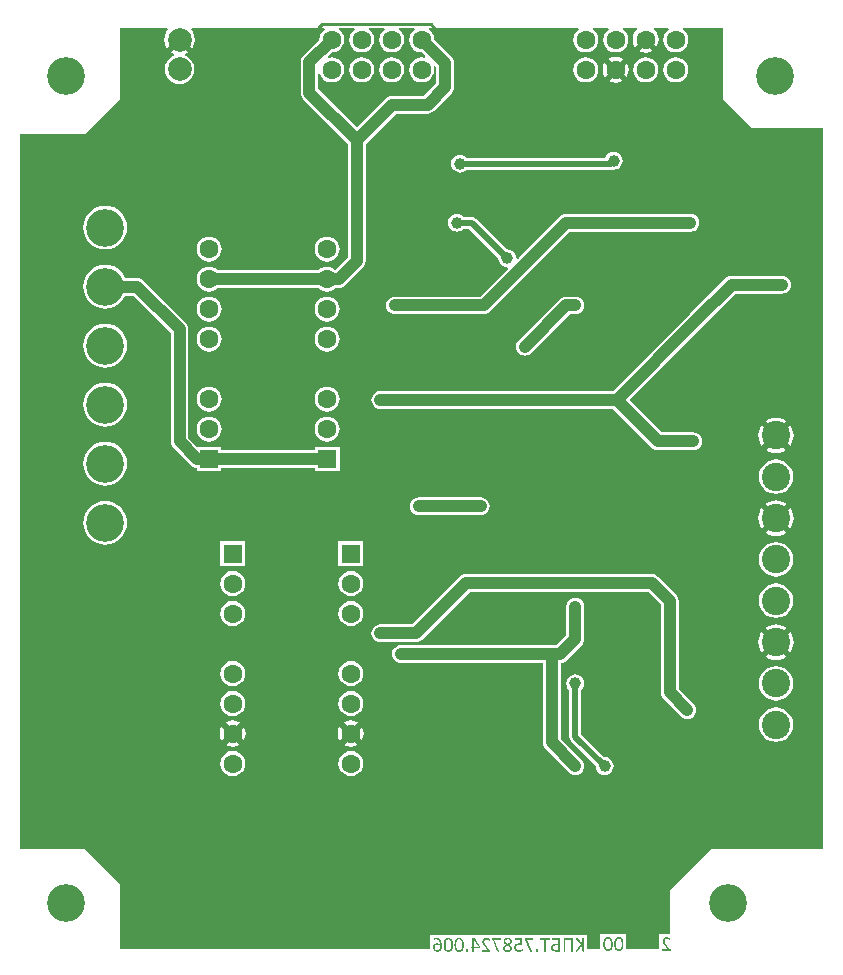
<source format=gbl>
G04*
G04 #@! TF.GenerationSoftware,Altium Limited,Altium Designer,21.3.2 (30)*
G04*
G04 Layer_Physical_Order=2*
G04 Layer_Color=16711680*
%FSLAX44Y44*%
%MOMM*%
G71*
G04*
G04 #@! TF.SameCoordinates,5F18C444-2927-46CB-AB6B-11653520DC00*
G04*
G04*
G04 #@! TF.FilePolarity,Positive*
G04*
G01*
G75*
%ADD10C,0.2500*%
%ADD26C,1.0000*%
%ADD45C,0.5000*%
%ADD47C,1.6000*%
%ADD48R,1.6000X1.6000*%
%ADD49C,3.2000*%
%ADD50C,2.4000*%
%ADD51C,2.0000*%
%ADD52C,1.0000*%
G36*
X606000Y731000D02*
X631000Y706000D01*
X691000D01*
Y96000D01*
X596000D01*
X561000Y61000D01*
Y23556D01*
X552151D01*
Y11000D01*
X524366D01*
Y23728D01*
X502367D01*
Y11000D01*
X491134D01*
Y23028D01*
X358129D01*
Y11000D01*
X96000D01*
Y66000D01*
X66000Y96000D01*
X11000D01*
Y701000D01*
X66000D01*
X96000Y731000D01*
Y791000D01*
X135686D01*
X136313Y789730D01*
X134644Y787556D01*
X133335Y784394D01*
X132888Y781000D01*
X133335Y777606D01*
X134644Y774444D01*
X135193Y773729D01*
X144232Y782768D01*
X146000Y781000D01*
X147768Y782768D01*
X156807Y773729D01*
X157355Y774444D01*
X158665Y777606D01*
X159112Y781000D01*
X158665Y784394D01*
X157355Y787556D01*
X155687Y789730D01*
X156314Y791000D01*
X268498D01*
X268929Y789730D01*
X267311Y788489D01*
X265628Y786295D01*
X264570Y783741D01*
X264226Y781124D01*
X250651Y767549D01*
X249449Y765982D01*
X248693Y764158D01*
X248435Y762200D01*
Y736000D01*
X248693Y734042D01*
X249449Y732218D01*
X250651Y730651D01*
X288435Y692867D01*
Y596633D01*
X278037Y586235D01*
X276295Y587572D01*
X273741Y588630D01*
X271000Y588991D01*
X268259Y588630D01*
X265705Y587572D01*
X263610Y585965D01*
X178390D01*
X176295Y587572D01*
X173741Y588630D01*
X171000Y588991D01*
X168259Y588630D01*
X165705Y587572D01*
X163511Y585889D01*
X161828Y583695D01*
X160770Y581141D01*
X160409Y578400D01*
X160770Y575659D01*
X161828Y573105D01*
X163511Y570911D01*
X165705Y569228D01*
X168259Y568170D01*
X171000Y567809D01*
X173741Y568170D01*
X176295Y569228D01*
X178390Y570835D01*
X263610D01*
X265705Y569228D01*
X268259Y568170D01*
X271000Y567809D01*
X273741Y568170D01*
X276295Y569228D01*
X278390Y570835D01*
X280900D01*
X282858Y571093D01*
X284682Y571849D01*
X286249Y573051D01*
X301349Y588151D01*
X302551Y589718D01*
X303307Y591542D01*
X303565Y593500D01*
Y692867D01*
X329133Y718435D01*
X356000D01*
X357958Y718693D01*
X359782Y719449D01*
X361349Y720651D01*
X376349Y735651D01*
X376349Y735651D01*
X377551Y737218D01*
X378307Y739042D01*
X378565Y741000D01*
Y761000D01*
X378565Y761000D01*
X378307Y762958D01*
X377551Y764782D01*
X376349Y766349D01*
X376349Y766349D01*
X361574Y781124D01*
X361230Y783741D01*
X360172Y786295D01*
X358489Y788489D01*
X356871Y789730D01*
X357302Y791000D01*
X483598D01*
X484029Y789730D01*
X482411Y788489D01*
X480728Y786295D01*
X479670Y783741D01*
X479309Y781000D01*
X479670Y778259D01*
X480728Y775705D01*
X482411Y773511D01*
X484605Y771828D01*
X487159Y770770D01*
X489900Y770409D01*
X492641Y770770D01*
X495195Y771828D01*
X497389Y773511D01*
X499072Y775705D01*
X500130Y778259D01*
X500491Y781000D01*
X500130Y783741D01*
X499072Y786295D01*
X497389Y788489D01*
X495771Y789730D01*
X496202Y791000D01*
X508998D01*
X509429Y789730D01*
X507811Y788489D01*
X506128Y786295D01*
X505070Y783741D01*
X504709Y781000D01*
X505070Y778259D01*
X506128Y775705D01*
X507811Y773511D01*
X510005Y771828D01*
X512559Y770770D01*
X515300Y770409D01*
X518041Y770770D01*
X520595Y771828D01*
X522789Y773511D01*
X524472Y775705D01*
X525530Y778259D01*
X525891Y781000D01*
X525530Y783741D01*
X524472Y786295D01*
X522789Y788489D01*
X521171Y789730D01*
X521602Y791000D01*
X533577D01*
X534008Y789730D01*
X532855Y788845D01*
X531091Y786547D01*
X529983Y783872D01*
X529605Y781000D01*
X529983Y778128D01*
X531091Y775453D01*
X531320Y775155D01*
X538932Y782768D01*
X540700Y781000D01*
X542468Y782768D01*
X550080Y775155D01*
X550308Y775453D01*
X551417Y778128D01*
X551795Y781000D01*
X551417Y783872D01*
X550308Y786547D01*
X548545Y788845D01*
X547392Y789730D01*
X547823Y791000D01*
X559798D01*
X560229Y789730D01*
X558611Y788489D01*
X556928Y786295D01*
X555870Y783741D01*
X555509Y781000D01*
X555870Y778259D01*
X556928Y775705D01*
X558611Y773511D01*
X560805Y771828D01*
X563359Y770770D01*
X566100Y770409D01*
X568841Y770770D01*
X571395Y771828D01*
X573589Y773511D01*
X575272Y775705D01*
X576330Y778259D01*
X576691Y781000D01*
X576330Y783741D01*
X575272Y786295D01*
X573589Y788489D01*
X571971Y789730D01*
X572402Y791000D01*
X606000D01*
Y731000D01*
D02*
G37*
G36*
X345129Y789730D02*
X343511Y788489D01*
X341828Y786295D01*
X340770Y783741D01*
X340409Y781000D01*
X340770Y778259D01*
X341828Y775705D01*
X343511Y773511D01*
X345705Y771828D01*
X348259Y770770D01*
X350876Y770426D01*
X354225Y767077D01*
X353765Y765925D01*
X353666Y765840D01*
X351000Y766191D01*
X348259Y765830D01*
X345705Y764772D01*
X343511Y763089D01*
X341828Y760895D01*
X340770Y758341D01*
X340409Y755600D01*
X340770Y752859D01*
X341828Y750305D01*
X343511Y748111D01*
X345705Y746428D01*
X348259Y745370D01*
X351000Y745009D01*
X353741Y745370D01*
X356295Y746428D01*
X358489Y748111D01*
X360172Y750305D01*
X361230Y752859D01*
X361590Y755600D01*
X361239Y758266D01*
X361324Y758365D01*
X362477Y758825D01*
X363435Y757867D01*
Y744133D01*
X352867Y733565D01*
X326000D01*
X324042Y733307D01*
X322218Y732551D01*
X320651Y731349D01*
X296000Y706698D01*
X263565Y739133D01*
Y751968D01*
X264835Y752220D01*
X265628Y750305D01*
X267311Y748111D01*
X269505Y746428D01*
X272059Y745370D01*
X274800Y745009D01*
X277541Y745370D01*
X280095Y746428D01*
X282288Y748111D01*
X283972Y750305D01*
X285030Y752859D01*
X285390Y755600D01*
X285030Y758341D01*
X283972Y760895D01*
X282288Y763089D01*
X280095Y764772D01*
X277541Y765830D01*
X274800Y766191D01*
X272134Y765840D01*
X272035Y765925D01*
X271576Y767078D01*
X274924Y770426D01*
X277541Y770770D01*
X280095Y771828D01*
X282288Y773511D01*
X283972Y775705D01*
X285030Y778259D01*
X285390Y781000D01*
X285030Y783741D01*
X283972Y786295D01*
X282288Y788489D01*
X280671Y789730D01*
X281102Y791000D01*
X293898D01*
X294329Y789730D01*
X292711Y788489D01*
X291028Y786295D01*
X289970Y783741D01*
X289609Y781000D01*
X289970Y778259D01*
X291028Y775705D01*
X292711Y773511D01*
X294905Y771828D01*
X297459Y770770D01*
X300200Y770409D01*
X302941Y770770D01*
X305495Y771828D01*
X307689Y773511D01*
X309372Y775705D01*
X310430Y778259D01*
X310790Y781000D01*
X310430Y783741D01*
X309372Y786295D01*
X307689Y788489D01*
X306071Y789730D01*
X306502Y791000D01*
X319298D01*
X319729Y789730D01*
X318111Y788489D01*
X316428Y786295D01*
X315370Y783741D01*
X315009Y781000D01*
X315370Y778259D01*
X316428Y775705D01*
X318111Y773511D01*
X320305Y771828D01*
X322859Y770770D01*
X325600Y770409D01*
X328341Y770770D01*
X330895Y771828D01*
X333088Y773511D01*
X334772Y775705D01*
X335830Y778259D01*
X336190Y781000D01*
X335830Y783741D01*
X334772Y786295D01*
X333088Y788489D01*
X331471Y789730D01*
X331902Y791000D01*
X344698D01*
X345129Y789730D01*
D02*
G37*
G36*
X406130Y20506D02*
X406302Y20485D01*
X406452D01*
X406581Y20463D01*
X406667Y20442D01*
X406731Y20420D01*
X406753D01*
X407075Y20335D01*
X407225Y20292D01*
X407354Y20249D01*
X407461Y20206D01*
X407547Y20163D01*
X407590Y20141D01*
X407611D01*
X407869Y20034D01*
X408083Y19927D01*
X408169Y19905D01*
X408233Y19862D01*
X408255Y19841D01*
X408276D01*
X408448Y19734D01*
X408555Y19648D01*
X408620Y19605D01*
X408641Y19583D01*
X408727Y19476D01*
X408770Y19455D01*
Y19433D01*
X408813Y19347D01*
X408834Y19326D01*
Y19304D01*
X408856Y19197D01*
Y19154D01*
Y19133D01*
Y19004D01*
Y18939D01*
Y18918D01*
Y18789D01*
Y18682D01*
Y18618D01*
Y18596D01*
X408834Y18510D01*
Y18446D01*
X408813Y18403D01*
Y18382D01*
X408749Y18296D01*
X408727Y18274D01*
X408641Y18253D01*
X408598D01*
X408512Y18274D01*
X408405Y18317D01*
X408319Y18360D01*
X408276Y18382D01*
X408083Y18489D01*
X407911Y18596D01*
X407761Y18682D01*
X407740Y18703D01*
X407718D01*
X407461Y18832D01*
X407203Y18939D01*
X407096Y18982D01*
X407010Y19025D01*
X406967Y19047D01*
X406946D01*
X406602Y19133D01*
X406280Y19176D01*
X406152Y19197D01*
X405958D01*
X405636Y19176D01*
X405486Y19154D01*
X405357Y19133D01*
X405272Y19090D01*
X405186Y19068D01*
X405143Y19047D01*
X405121D01*
X404864Y18918D01*
X404692Y18789D01*
X404563Y18682D01*
X404520Y18661D01*
Y18639D01*
X404349Y18446D01*
X404220Y18253D01*
X404177Y18167D01*
X404156Y18103D01*
X404134Y18060D01*
Y18038D01*
X404048Y17780D01*
X404027Y17544D01*
X404005Y17459D01*
Y17373D01*
Y17330D01*
Y17308D01*
X404027Y17029D01*
X404048Y16772D01*
X404070Y16664D01*
Y16579D01*
X404091Y16536D01*
Y16514D01*
X404177Y16192D01*
X404284Y15870D01*
X404349Y15741D01*
X404392Y15634D01*
X404413Y15570D01*
X404435Y15548D01*
X404542Y15355D01*
X404649Y15141D01*
X404778Y14947D01*
X404907Y14776D01*
X405014Y14625D01*
X405100Y14497D01*
X405164Y14411D01*
X405186Y14389D01*
X405379Y14132D01*
X405572Y13896D01*
X405787Y13638D01*
X405980Y13424D01*
X406152Y13230D01*
X406302Y13059D01*
X406388Y12973D01*
X406431Y12930D01*
X408727Y10590D01*
X408856Y10440D01*
X408877Y10397D01*
X408899Y10376D01*
X408985Y10225D01*
X409006Y10183D01*
Y10161D01*
X409049Y10032D01*
X409071Y9968D01*
Y9947D01*
Y9839D01*
Y9732D01*
Y9668D01*
Y9625D01*
Y9496D01*
X409049Y9388D01*
Y9324D01*
Y9303D01*
X409028Y9217D01*
X409006Y9152D01*
X408963Y9110D01*
Y9088D01*
X408834Y9024D01*
X408813Y9002D01*
X408792D01*
X408641Y8981D01*
X402288D01*
X402181Y9002D01*
X402138D01*
X402074Y9088D01*
X402052Y9110D01*
Y9131D01*
X402009Y9281D01*
X401988Y9324D01*
Y9345D01*
X401966Y9453D01*
X401945Y9539D01*
Y9603D01*
Y9625D01*
Y9732D01*
X401966Y9818D01*
X401988Y9861D01*
Y9882D01*
X402009Y9968D01*
X402031Y10032D01*
X402052Y10075D01*
Y10097D01*
X402117Y10204D01*
X402138Y10225D01*
X402159D01*
X402245Y10268D01*
X407246D01*
X405443Y12136D01*
X405100Y12501D01*
X404799Y12844D01*
X404520Y13145D01*
X404306Y13402D01*
X404134Y13617D01*
X404005Y13788D01*
X403919Y13874D01*
X403898Y13917D01*
X403683Y14196D01*
X403512Y14454D01*
X403340Y14690D01*
X403211Y14905D01*
X403125Y15076D01*
X403061Y15205D01*
X403018Y15291D01*
X402996Y15312D01*
X402803Y15763D01*
X402718Y15956D01*
X402653Y16128D01*
X402610Y16278D01*
X402589Y16385D01*
X402567Y16450D01*
Y16471D01*
X402503Y16879D01*
X402481Y17051D01*
Y17222D01*
X402460Y17351D01*
Y17480D01*
Y17544D01*
Y17566D01*
X402503Y17995D01*
X402524Y18188D01*
X402567Y18360D01*
X402610Y18510D01*
X402632Y18618D01*
X402675Y18682D01*
Y18703D01*
X402846Y19068D01*
X402954Y19240D01*
X403039Y19369D01*
X403125Y19497D01*
X403211Y19583D01*
X403254Y19626D01*
X403275Y19648D01*
X403597Y19927D01*
X403941Y20120D01*
X404091Y20206D01*
X404198Y20249D01*
X404284Y20292D01*
X404306D01*
X404542Y20378D01*
X404799Y20420D01*
X405036Y20463D01*
X405272Y20506D01*
X405465D01*
X405615Y20528D01*
X405765D01*
X406130Y20506D01*
D02*
G37*
G36*
X435642Y20335D02*
X435749Y20292D01*
X435835Y20227D01*
X435856Y20206D01*
X435921Y20077D01*
X435964Y19927D01*
X435985Y19820D01*
Y19798D01*
Y19777D01*
Y15141D01*
X435964Y14947D01*
X435942Y14797D01*
X435921Y14733D01*
X435899Y14711D01*
X435792Y14647D01*
X435685Y14625D01*
X435577Y14604D01*
X435277D01*
X435062Y14625D01*
X434955D01*
X434891Y14647D01*
X434826D01*
X434526Y14690D01*
X434225Y14711D01*
X433624D01*
X433367Y14690D01*
X433152Y14668D01*
X432959Y14647D01*
X432809Y14604D01*
X432680Y14583D01*
X432615Y14561D01*
X432594D01*
X432229Y14454D01*
X432079Y14368D01*
X431950Y14303D01*
X431843Y14239D01*
X431757Y14196D01*
X431714Y14175D01*
X431693Y14153D01*
X431456Y13917D01*
X431285Y13702D01*
X431220Y13595D01*
X431177Y13509D01*
X431156Y13466D01*
Y13445D01*
X431049Y13123D01*
X431006Y12801D01*
X430984Y12672D01*
Y12565D01*
Y12501D01*
Y12479D01*
Y12243D01*
X431027Y12028D01*
X431049Y11857D01*
X431092Y11685D01*
X431134Y11556D01*
X431156Y11470D01*
X431199Y11406D01*
Y11385D01*
X431371Y11084D01*
X431542Y10848D01*
X431628Y10762D01*
X431693Y10698D01*
X431735Y10655D01*
X431757Y10633D01*
X432036Y10440D01*
X432294Y10290D01*
X432422Y10247D01*
X432508Y10204D01*
X432573Y10183D01*
X432594D01*
X432980Y10118D01*
X433152Y10075D01*
X433324D01*
X433474Y10054D01*
X433903D01*
X434118Y10075D01*
X434311Y10097D01*
X434461Y10118D01*
X434590D01*
X434697Y10140D01*
X434762Y10161D01*
X434783D01*
X435084Y10247D01*
X435341Y10311D01*
X435427Y10354D01*
X435491Y10376D01*
X435534Y10397D01*
X435556D01*
X435749Y10483D01*
X435921Y10569D01*
X436007Y10612D01*
X436049Y10633D01*
X436178Y10719D01*
X436264Y10741D01*
X436307Y10762D01*
X436329D01*
X436393Y10741D01*
X436414Y10719D01*
X436436D01*
X436500Y10633D01*
X436522Y10612D01*
Y10590D01*
X436543Y10526D01*
Y10462D01*
X436565Y10419D01*
Y10397D01*
Y10225D01*
Y10161D01*
Y10140D01*
Y10032D01*
Y9947D01*
Y9882D01*
Y9861D01*
X436543Y9732D01*
Y9689D01*
Y9668D01*
X436522Y9582D01*
X436500Y9560D01*
Y9539D01*
X436436Y9474D01*
X436393Y9453D01*
Y9431D01*
X436329Y9388D01*
X436221Y9345D01*
X436135Y9303D01*
X436092Y9281D01*
X435899Y9195D01*
X435706Y9131D01*
X435620Y9110D01*
X435556Y9088D01*
X435513Y9067D01*
X435491D01*
X435191Y9002D01*
X434912Y8938D01*
X434805Y8916D01*
X434719D01*
X434654Y8895D01*
X434633D01*
X434268Y8852D01*
X434118Y8830D01*
X433968D01*
X433839Y8809D01*
X433646D01*
X433302Y8830D01*
X432959Y8852D01*
X432680Y8895D01*
X432422Y8938D01*
X432208Y8981D01*
X432036Y9002D01*
X431950Y9045D01*
X431907D01*
X431628Y9152D01*
X431371Y9281D01*
X431156Y9388D01*
X430941Y9517D01*
X430791Y9625D01*
X430684Y9710D01*
X430598Y9775D01*
X430577Y9796D01*
X430362Y9989D01*
X430190Y10183D01*
X430040Y10397D01*
X429911Y10590D01*
X429825Y10741D01*
X429761Y10891D01*
X429718Y10977D01*
X429697Y10998D01*
X429589Y11277D01*
X429503Y11556D01*
X429460Y11835D01*
X429417Y12071D01*
X429396Y12307D01*
X429375Y12479D01*
Y12586D01*
Y12629D01*
Y12887D01*
X429417Y13145D01*
X429460Y13381D01*
X429503Y13574D01*
X429546Y13724D01*
X429589Y13853D01*
X429611Y13939D01*
X429632Y13960D01*
X429739Y14175D01*
X429847Y14389D01*
X429954Y14561D01*
X430083Y14711D01*
X430169Y14840D01*
X430255Y14926D01*
X430319Y14990D01*
X430340Y15012D01*
X430533Y15162D01*
X430727Y15291D01*
X430920Y15420D01*
X431113Y15505D01*
X431263Y15570D01*
X431392Y15634D01*
X431499Y15677D01*
X431521D01*
X431800Y15763D01*
X432079Y15806D01*
X432358Y15849D01*
X432615Y15892D01*
X432830D01*
X433023Y15913D01*
X433689D01*
X433774Y15892D01*
X434118D01*
X434311Y15870D01*
X434440Y15849D01*
X434483D01*
Y19047D01*
X430405D01*
X430297Y19068D01*
X430233Y19133D01*
X430190Y19197D01*
X430169Y19218D01*
X430126Y19369D01*
X430083Y19519D01*
Y19648D01*
Y19669D01*
Y19691D01*
Y19820D01*
X430104Y19905D01*
X430126Y19970D01*
Y19991D01*
X430147Y20077D01*
X430169Y20141D01*
X430190Y20163D01*
Y20184D01*
X430255Y20292D01*
X430276Y20313D01*
X430297D01*
X430383Y20356D01*
X435470D01*
X435642Y20335D01*
D02*
G37*
G36*
X363719Y20485D02*
X364041Y20463D01*
X364342Y20420D01*
X364578Y20378D01*
X364792Y20313D01*
X364943Y20270D01*
X365028Y20249D01*
X365071Y20227D01*
X365329Y20120D01*
X365587Y20013D01*
X365801Y19884D01*
X365973Y19777D01*
X366123Y19669D01*
X366252Y19605D01*
X366316Y19540D01*
X366338Y19519D01*
X366681Y19154D01*
X366831Y18982D01*
X366960Y18811D01*
X367067Y18661D01*
X367132Y18553D01*
X367175Y18467D01*
X367196Y18446D01*
X367432Y17995D01*
X367518Y17759D01*
X367604Y17566D01*
X367668Y17394D01*
X367711Y17265D01*
X367754Y17179D01*
Y17137D01*
X367883Y16622D01*
X367926Y16385D01*
X367969Y16171D01*
X367990Y15978D01*
X368012Y15827D01*
X368033Y15741D01*
Y15699D01*
X368076Y15162D01*
Y14926D01*
X368098Y14690D01*
Y14518D01*
Y14368D01*
Y14282D01*
Y14239D01*
Y13939D01*
X368076Y13638D01*
Y13381D01*
X368055Y13145D01*
Y12951D01*
X368033Y12801D01*
Y12715D01*
Y12672D01*
X367969Y12157D01*
X367926Y11943D01*
X367905Y11749D01*
X367862Y11578D01*
X367840Y11449D01*
X367819Y11363D01*
Y11342D01*
X367668Y10912D01*
X367604Y10741D01*
X367540Y10590D01*
X367475Y10440D01*
X367432Y10354D01*
X367389Y10290D01*
Y10268D01*
X367153Y9947D01*
X367046Y9818D01*
X366939Y9689D01*
X366853Y9603D01*
X366767Y9539D01*
X366724Y9496D01*
X366703Y9474D01*
X366381Y9260D01*
X366080Y9110D01*
X365951Y9045D01*
X365844Y9024D01*
X365780Y8981D01*
X365758D01*
X365329Y8873D01*
X365114Y8852D01*
X364921Y8830D01*
X364749Y8809D01*
X364492D01*
X364127Y8830D01*
X363805Y8852D01*
X363505Y8895D01*
X363269Y8959D01*
X363054Y9024D01*
X362904Y9067D01*
X362818Y9088D01*
X362775Y9110D01*
X362517Y9238D01*
X362281Y9388D01*
X362067Y9517D01*
X361895Y9668D01*
X361766Y9775D01*
X361659Y9882D01*
X361594Y9947D01*
X361573Y9968D01*
X361401Y10183D01*
X361272Y10376D01*
X361144Y10590D01*
X361036Y10784D01*
X360972Y10955D01*
X360908Y11084D01*
X360865Y11170D01*
Y11191D01*
X360779Y11449D01*
X360736Y11728D01*
X360693Y11964D01*
X360650Y12179D01*
Y12372D01*
X360629Y12522D01*
Y12608D01*
Y12651D01*
Y12908D01*
X360650Y13145D01*
X360672Y13381D01*
X360714Y13574D01*
X360736Y13724D01*
X360779Y13853D01*
X360800Y13939D01*
Y13960D01*
X360865Y14175D01*
X360972Y14368D01*
X361058Y14561D01*
X361144Y14711D01*
X361251Y14819D01*
X361315Y14905D01*
X361358Y14969D01*
X361380Y14990D01*
X361530Y15141D01*
X361702Y15291D01*
X362045Y15505D01*
X362195Y15591D01*
X362303Y15656D01*
X362388Y15677D01*
X362410Y15699D01*
X362646Y15784D01*
X362904Y15849D01*
X363161Y15892D01*
X363419Y15935D01*
X363633D01*
X363805Y15956D01*
X363955D01*
X364256Y15935D01*
X364513Y15913D01*
X364621Y15892D01*
X364706D01*
X364749Y15870D01*
X364771D01*
X365028Y15827D01*
X365265Y15763D01*
X365350Y15741D01*
X365415Y15720D01*
X365458Y15699D01*
X365479D01*
X365715Y15634D01*
X365908Y15548D01*
X365994Y15505D01*
X366059Y15484D01*
X366080Y15462D01*
X366102D01*
X366295Y15377D01*
X366466Y15291D01*
X366574Y15226D01*
X366595Y15205D01*
X366617D01*
X366595Y15505D01*
X366574Y15784D01*
X366531Y16063D01*
X366488Y16278D01*
X366466Y16471D01*
X366423Y16622D01*
X366402Y16707D01*
Y16750D01*
X366338Y17029D01*
X366252Y17265D01*
X366166Y17501D01*
X366059Y17695D01*
X365994Y17845D01*
X365930Y17952D01*
X365887Y18038D01*
X365866Y18060D01*
X365715Y18253D01*
X365544Y18446D01*
X365393Y18596D01*
X365243Y18725D01*
X365093Y18832D01*
X364986Y18897D01*
X364921Y18939D01*
X364900Y18961D01*
X364664Y19068D01*
X364427Y19154D01*
X364191Y19218D01*
X363955Y19261D01*
X363762Y19283D01*
X363612Y19304D01*
X363161D01*
X362925Y19283D01*
X362818Y19261D01*
X362753D01*
X362710Y19240D01*
X362689D01*
X362453Y19197D01*
X362260Y19133D01*
X362152Y19111D01*
X362109Y19090D01*
X361938Y19047D01*
X361809Y19004D01*
X361723Y18982D01*
X361702Y18961D01*
X361594Y18918D01*
X361508Y18897D01*
X361444D01*
X361337Y18918D01*
X361315D01*
X361272Y18982D01*
X361251Y19025D01*
X361208Y19154D01*
Y19197D01*
Y19218D01*
X361187Y19326D01*
Y19412D01*
Y19476D01*
Y19497D01*
Y19583D01*
Y19648D01*
X361208Y19669D01*
Y19691D01*
Y19798D01*
X361230Y19841D01*
X361272Y19948D01*
X361294Y19970D01*
X361337Y20056D01*
X361358Y20077D01*
X361380D01*
X361444Y20120D01*
X361530Y20163D01*
X361616Y20184D01*
X361637Y20206D01*
X361787Y20270D01*
X361938Y20313D01*
X362067Y20356D01*
X362109D01*
X362324Y20399D01*
X362517Y20442D01*
X362603D01*
X362668Y20463D01*
X362732D01*
X362968Y20485D01*
X363183Y20506D01*
X363376D01*
X363719Y20485D01*
D02*
G37*
G36*
X488140Y20399D02*
X488226Y20378D01*
X488247D01*
X488355Y20356D01*
X488419D01*
X488462Y20335D01*
X488484D01*
X488569Y20292D01*
X488612Y20270D01*
Y20249D01*
X488634Y20163D01*
Y20141D01*
Y20120D01*
Y9217D01*
X488612Y9131D01*
Y9110D01*
Y9088D01*
X488527Y9024D01*
X488505Y9002D01*
X488484D01*
X488419Y8981D01*
X488333D01*
X488269Y8959D01*
X488247D01*
X488119Y8938D01*
X487732D01*
X487625Y8959D01*
X487539D01*
X487432Y8981D01*
X487368D01*
X487325Y9002D01*
X487303D01*
X487196Y9045D01*
X487174Y9088D01*
X487132Y9174D01*
Y9217D01*
Y14905D01*
X482946Y9217D01*
X482860Y9110D01*
X482839Y9067D01*
X482817Y9045D01*
X482732Y9002D01*
X482624Y8981D01*
X482538Y8959D01*
X482517D01*
X482345Y8938D01*
X481852D01*
X481723Y8959D01*
X481615D01*
X481508Y8981D01*
X481444D01*
X481401Y9002D01*
X481379D01*
X481315Y9045D01*
X481293Y9067D01*
X481272Y9088D01*
X481229Y9174D01*
Y9217D01*
X481251Y9324D01*
X481272Y9345D01*
Y9367D01*
X481315Y9453D01*
X481358Y9560D01*
X481422Y9625D01*
X481444Y9668D01*
X485500Y15076D01*
X481744Y19583D01*
X481637Y19712D01*
X481572Y19798D01*
X481530Y19862D01*
Y19884D01*
X481487Y19970D01*
X481465Y20056D01*
Y20099D01*
Y20120D01*
X481487Y20206D01*
X481508Y20227D01*
X481530Y20270D01*
X481572Y20292D01*
X481594Y20313D01*
X481615D01*
X481680Y20335D01*
X481744Y20356D01*
X481809Y20378D01*
X481830D01*
X481959Y20399D01*
X482066Y20420D01*
X482474D01*
X482560Y20399D01*
X482581D01*
X482667Y20378D01*
X482753Y20356D01*
X482796Y20335D01*
X482817D01*
X482946Y20292D01*
X482968Y20270D01*
X482989Y20249D01*
X483075Y20163D01*
X483096Y20141D01*
X483118Y20120D01*
X487132Y15076D01*
Y20120D01*
X487153Y20227D01*
X487174Y20249D01*
X487260Y20313D01*
X487282Y20335D01*
X487303D01*
X487368Y20356D01*
X487453D01*
X487518Y20378D01*
X487539D01*
X487647Y20399D01*
X487754Y20420D01*
X488033D01*
X488140Y20399D01*
D02*
G37*
G36*
X467643Y20335D02*
X467772Y20292D01*
X467858Y20227D01*
X467879Y20206D01*
X467986Y20077D01*
X468029Y19927D01*
X468051Y19798D01*
Y19755D01*
Y19734D01*
Y9603D01*
Y9474D01*
X468029Y9367D01*
X467965Y9217D01*
X467901Y9131D01*
X467879Y9110D01*
X467750Y9045D01*
X467622Y9002D01*
X467536Y8981D01*
X464746D01*
X464273Y9002D01*
X463866Y9024D01*
X463522Y9067D01*
X463222Y9131D01*
X462986Y9174D01*
X462814Y9217D01*
X462728Y9238D01*
X462685Y9260D01*
X462406Y9367D01*
X462170Y9496D01*
X461955Y9625D01*
X461784Y9732D01*
X461655Y9839D01*
X461548Y9925D01*
X461483Y9989D01*
X461462Y10011D01*
X461290Y10183D01*
X461161Y10376D01*
X461032Y10569D01*
X460947Y10719D01*
X460861Y10869D01*
X460818Y10977D01*
X460775Y11063D01*
Y11084D01*
X460646Y11535D01*
X460603Y11749D01*
X460582Y11943D01*
X460560Y12114D01*
Y12243D01*
Y12329D01*
Y12350D01*
Y12608D01*
X460603Y12866D01*
X460646Y13080D01*
X460689Y13273D01*
X460732Y13445D01*
X460775Y13552D01*
X460796Y13638D01*
X460818Y13660D01*
X460925Y13874D01*
X461032Y14067D01*
X461161Y14218D01*
X461269Y14368D01*
X461376Y14497D01*
X461462Y14583D01*
X461526Y14625D01*
X461548Y14647D01*
X461934Y14926D01*
X462127Y15033D01*
X462299Y15141D01*
X462471Y15205D01*
X462599Y15248D01*
X462685Y15291D01*
X462707D01*
X462986Y15377D01*
X463265Y15420D01*
X463565Y15462D01*
X463844Y15505D01*
X464080D01*
X464295Y15527D01*
X466548D01*
Y19090D01*
X461612D01*
X461505Y19111D01*
X461483D01*
X461397Y19176D01*
X461376Y19218D01*
X461333Y19347D01*
X461311Y19390D01*
Y19412D01*
X461290Y19519D01*
Y19605D01*
Y19691D01*
Y19712D01*
Y19820D01*
Y19927D01*
X461311Y19970D01*
Y19991D01*
X461333Y20077D01*
X461354Y20141D01*
X461376Y20163D01*
Y20184D01*
X461440Y20292D01*
X461462Y20313D01*
X461483D01*
X461569Y20356D01*
X467514D01*
X467643Y20335D01*
D02*
G37*
G36*
X478890D02*
X479018Y20270D01*
X479104Y20206D01*
X479126Y20184D01*
X479212Y20056D01*
X479254Y19905D01*
X479276Y19777D01*
Y19755D01*
Y19734D01*
Y9195D01*
X479254Y9110D01*
Y9088D01*
Y9067D01*
X479169Y9024D01*
X479147Y9002D01*
X479126D01*
X478975Y8981D01*
X478933Y8959D01*
X478911D01*
X478782Y8938D01*
X478375D01*
X478267Y8959D01*
X478181D01*
X478074Y8981D01*
X478010D01*
X477967Y9002D01*
X477945D01*
X477838Y9045D01*
X477817Y9067D01*
X477774Y9152D01*
Y9195D01*
Y19047D01*
X472601D01*
Y9195D01*
X472579Y9110D01*
Y9088D01*
Y9067D01*
X472494Y9024D01*
X472472Y9002D01*
X472451D01*
X472386Y8981D01*
X472300D01*
X472236Y8959D01*
X472215D01*
X472086Y8938D01*
X471700D01*
X471592Y8959D01*
X471506D01*
X471399Y8981D01*
X471335D01*
X471292Y9002D01*
X471270D01*
X471163Y9045D01*
X471142Y9067D01*
X471099Y9152D01*
Y9195D01*
Y19734D01*
X471120Y19927D01*
X471163Y20077D01*
X471227Y20163D01*
X471249Y20184D01*
X471378Y20292D01*
X471506Y20335D01*
X471592Y20356D01*
X478739D01*
X478890Y20335D01*
D02*
G37*
G36*
X459573D02*
X459594Y20313D01*
X459616D01*
X459680Y20227D01*
X459702Y20206D01*
Y20184D01*
X459723Y20120D01*
Y20056D01*
X459745Y20013D01*
Y19991D01*
X459766Y19884D01*
Y19798D01*
Y19712D01*
Y19691D01*
Y19562D01*
X459745Y19476D01*
Y19412D01*
Y19390D01*
X459723Y19261D01*
X459702Y19218D01*
Y19197D01*
X459637Y19111D01*
X459616Y19090D01*
X459530Y19068D01*
X456268D01*
Y9217D01*
X456246Y9110D01*
Y9088D01*
Y9067D01*
X456160Y9024D01*
X456139Y9002D01*
X456117D01*
X456053Y8981D01*
X455967D01*
X455903Y8959D01*
X455881D01*
X455753Y8938D01*
X455366D01*
X455259Y8959D01*
X455173D01*
X455066Y8981D01*
X455001D01*
X454958Y9002D01*
X454937D01*
X454830Y9045D01*
X454808Y9067D01*
X454765Y9174D01*
Y9195D01*
Y9217D01*
Y19068D01*
X451567D01*
X451481Y19090D01*
X451460D01*
X451374Y19154D01*
X451353Y19197D01*
X451310Y19326D01*
X451288Y19369D01*
Y19390D01*
X451267Y19497D01*
Y19583D01*
Y19669D01*
Y19691D01*
Y19820D01*
Y19905D01*
X451288Y19970D01*
Y19991D01*
X451310Y20077D01*
X451331Y20141D01*
X451353Y20163D01*
Y20184D01*
X451417Y20292D01*
X451438Y20313D01*
X451460D01*
X451524Y20356D01*
X459487D01*
X459573Y20335D01*
D02*
G37*
G36*
X445472D02*
X445493Y20313D01*
X445515D01*
X445579Y20227D01*
X445601Y20206D01*
Y20184D01*
X445644Y20056D01*
X445665Y19991D01*
Y19970D01*
X445686Y19884D01*
Y19798D01*
Y19712D01*
Y19691D01*
X445665Y19476D01*
X445644Y19326D01*
X445622Y19240D01*
Y19197D01*
X445536Y19090D01*
X445450Y19047D01*
X445386Y19025D01*
X439891D01*
X444206Y9367D01*
X444248Y9303D01*
X444270Y9238D01*
Y9195D01*
Y9174D01*
X444248Y9110D01*
X444227Y9067D01*
X444206Y9045D01*
Y9024D01*
X444141Y9002D01*
X444055Y8981D01*
X443991Y8959D01*
X443969D01*
X443819Y8938D01*
X443347D01*
X443218Y8959D01*
X443111D01*
X443004Y8981D01*
X442918D01*
X442875Y9002D01*
X442853D01*
X442724Y9045D01*
X442703Y9088D01*
X442682D01*
X442596Y9217D01*
X442574Y9238D01*
Y9260D01*
X438475Y18703D01*
X438432Y18789D01*
X438410Y18875D01*
X438389Y18918D01*
Y18939D01*
X438346Y19090D01*
X438325Y19133D01*
Y19154D01*
X438303Y19240D01*
Y19326D01*
X438282Y19390D01*
Y19412D01*
X438260Y19519D01*
Y19605D01*
Y19669D01*
Y19691D01*
Y19820D01*
X438282Y19927D01*
X438303Y19991D01*
Y20013D01*
X438325Y20099D01*
X438346Y20163D01*
X438368Y20184D01*
Y20206D01*
X438410Y20270D01*
X438453Y20292D01*
X438496Y20313D01*
X438518D01*
X438647Y20356D01*
X445364D01*
X445472Y20335D01*
D02*
G37*
G36*
X418106D02*
X418128Y20313D01*
X418149D01*
X418214Y20227D01*
X418235Y20206D01*
Y20184D01*
X418278Y20056D01*
X418300Y19991D01*
Y19970D01*
X418321Y19884D01*
Y19798D01*
Y19712D01*
Y19691D01*
X418300Y19476D01*
X418278Y19326D01*
X418257Y19240D01*
Y19197D01*
X418171Y19090D01*
X418085Y19047D01*
X418021Y19025D01*
X412526D01*
X416840Y9367D01*
X416883Y9303D01*
X416904Y9238D01*
Y9195D01*
Y9174D01*
X416883Y9110D01*
X416862Y9067D01*
X416840Y9045D01*
Y9024D01*
X416776Y9002D01*
X416690Y8981D01*
X416626Y8959D01*
X416604D01*
X416454Y8938D01*
X415982D01*
X415853Y8959D01*
X415746D01*
X415638Y8981D01*
X415552D01*
X415509Y9002D01*
X415488D01*
X415359Y9045D01*
X415338Y9088D01*
X415316D01*
X415230Y9217D01*
X415209Y9238D01*
Y9260D01*
X411110Y18703D01*
X411067Y18789D01*
X411045Y18875D01*
X411024Y18918D01*
Y18939D01*
X410981Y19090D01*
X410959Y19133D01*
Y19154D01*
X410938Y19240D01*
Y19326D01*
X410916Y19390D01*
Y19412D01*
X410895Y19519D01*
Y19605D01*
Y19669D01*
Y19691D01*
Y19820D01*
X410916Y19927D01*
X410938Y19991D01*
Y20013D01*
X410959Y20099D01*
X410981Y20163D01*
X411002Y20184D01*
Y20206D01*
X411045Y20270D01*
X411088Y20292D01*
X411131Y20313D01*
X411152D01*
X411281Y20356D01*
X417999D01*
X418106Y20335D01*
D02*
G37*
G36*
X395527Y20399D02*
X395570D01*
X395699Y20378D01*
X395806Y20356D01*
X395892Y20335D01*
X395914D01*
X396000Y20313D01*
X396064Y20292D01*
X396107Y20270D01*
X396128Y20249D01*
X396214Y20184D01*
X396257Y20163D01*
Y20141D01*
X400314Y13230D01*
X400357Y13145D01*
X400400Y13059D01*
X400421Y13016D01*
Y12994D01*
X400485Y12866D01*
X400507Y12823D01*
Y12801D01*
X400528Y12629D01*
Y12565D01*
Y12543D01*
Y12436D01*
Y12350D01*
Y12286D01*
Y12264D01*
Y12114D01*
X400507Y12007D01*
Y11943D01*
Y11921D01*
X400485Y11835D01*
X400464Y11771D01*
X400442Y11728D01*
Y11707D01*
X400357Y11642D01*
X400314Y11621D01*
X400206Y11599D01*
X395463D01*
Y9195D01*
X395442Y9110D01*
Y9088D01*
Y9067D01*
X395420Y9045D01*
X395377Y9024D01*
X395356Y9002D01*
X395334D01*
X395270Y8981D01*
X395184D01*
X395120Y8959D01*
X395098D01*
X394969Y8938D01*
X394583D01*
X394476Y8959D01*
X394368D01*
X394261Y8981D01*
X394197D01*
X394154Y9002D01*
X394132D01*
X394025Y9045D01*
X394003Y9067D01*
X393961Y9152D01*
Y9195D01*
Y11599D01*
X392694D01*
X392587Y11621D01*
X392501Y11685D01*
X392458Y11728D01*
X392437Y11749D01*
X392394Y11900D01*
X392351Y12050D01*
Y12179D01*
Y12200D01*
Y12222D01*
X392372Y12415D01*
X392394Y12565D01*
X392437Y12651D01*
X392458Y12672D01*
X392523Y12780D01*
X392608Y12823D01*
X392673Y12844D01*
X393961D01*
Y20099D01*
X393982Y20163D01*
X394003Y20206D01*
X394025Y20227D01*
X394046D01*
X394111Y20270D01*
X394175Y20292D01*
X394240Y20313D01*
X394261D01*
X394368Y20335D01*
X394476Y20356D01*
X394562Y20378D01*
X394604D01*
X394776Y20399D01*
X394948Y20420D01*
X395442D01*
X395527Y20399D01*
D02*
G37*
G36*
X449185Y10891D02*
X449314Y10869D01*
X449421Y10826D01*
X449485Y10784D01*
X449550Y10762D01*
X449571Y10719D01*
X449593D01*
X449657Y10612D01*
X449700Y10505D01*
X449764Y10225D01*
Y10097D01*
X449786Y9989D01*
Y9904D01*
Y9882D01*
Y9668D01*
X449764Y9496D01*
X449721Y9367D01*
X449678Y9260D01*
X449657Y9174D01*
X449614Y9131D01*
X449593Y9088D01*
X449507Y9024D01*
X449399Y8981D01*
X449163Y8916D01*
X449035D01*
X448949Y8895D01*
X448670D01*
X448520Y8916D01*
X448391Y8959D01*
X448283Y9002D01*
X448198Y9024D01*
X448155Y9067D01*
X448112Y9088D01*
X448047Y9195D01*
X447983Y9303D01*
X447919Y9582D01*
X447897Y9710D01*
Y9818D01*
Y9904D01*
Y9925D01*
Y10140D01*
X447940Y10311D01*
X447962Y10440D01*
X448004Y10547D01*
X448047Y10633D01*
X448069Y10676D01*
X448112Y10719D01*
X448198Y10784D01*
X448305Y10848D01*
X448541Y10912D01*
X448670Y10934D01*
X449035D01*
X449185Y10891D01*
D02*
G37*
G36*
X389904D02*
X390033Y10869D01*
X390140Y10826D01*
X390205Y10784D01*
X390269Y10762D01*
X390290Y10719D01*
X390312D01*
X390376Y10612D01*
X390419Y10505D01*
X390484Y10225D01*
Y10097D01*
X390505Y9989D01*
Y9904D01*
Y9882D01*
Y9668D01*
X390484Y9496D01*
X390441Y9367D01*
X390398Y9260D01*
X390376Y9174D01*
X390333Y9131D01*
X390312Y9088D01*
X390226Y9024D01*
X390119Y8981D01*
X389883Y8916D01*
X389754D01*
X389668Y8895D01*
X389389D01*
X389239Y8916D01*
X389110Y8959D01*
X389003Y9002D01*
X388917Y9024D01*
X388874Y9067D01*
X388831Y9088D01*
X388767Y9195D01*
X388702Y9303D01*
X388638Y9582D01*
X388616Y9710D01*
Y9818D01*
Y9904D01*
Y9925D01*
Y10140D01*
X388659Y10311D01*
X388681Y10440D01*
X388724Y10547D01*
X388767Y10633D01*
X388788Y10676D01*
X388831Y10719D01*
X388917Y10784D01*
X389024Y10848D01*
X389260Y10912D01*
X389389Y10934D01*
X389754D01*
X389904Y10891D01*
D02*
G37*
G36*
X424288Y20485D02*
X424567Y20463D01*
X424803Y20420D01*
X424996Y20378D01*
X425125Y20335D01*
X425232Y20313D01*
X425254Y20292D01*
X425490Y20206D01*
X425704Y20099D01*
X425897Y20013D01*
X426048Y19905D01*
X426176Y19820D01*
X426262Y19755D01*
X426327Y19712D01*
X426348Y19691D01*
X426627Y19390D01*
X426820Y19090D01*
X426906Y18961D01*
X426949Y18854D01*
X426971Y18789D01*
X426992Y18768D01*
X427121Y18382D01*
X427164Y18188D01*
X427185Y18017D01*
Y17866D01*
X427207Y17759D01*
Y17673D01*
Y17652D01*
X427185Y17308D01*
X427164Y17158D01*
X427142Y17029D01*
X427121Y16922D01*
X427099Y16836D01*
X427078Y16793D01*
Y16772D01*
X426949Y16471D01*
X426799Y16235D01*
X426735Y16128D01*
X426692Y16063D01*
X426670Y16020D01*
X426649Y15999D01*
X426413Y15763D01*
X426198Y15548D01*
X426112Y15462D01*
X426026Y15398D01*
X425983Y15377D01*
X425962Y15355D01*
X425640Y15141D01*
X425340Y14947D01*
X425211Y14883D01*
X425103Y14819D01*
X425039Y14797D01*
X425018Y14776D01*
X425447Y14540D01*
X425640Y14432D01*
X425812Y14346D01*
X425940Y14261D01*
X426048Y14196D01*
X426112Y14153D01*
X426134Y14132D01*
X426456Y13896D01*
X426584Y13767D01*
X426713Y13660D01*
X426799Y13574D01*
X426863Y13488D01*
X426906Y13445D01*
X426928Y13424D01*
X427142Y13145D01*
X427293Y12887D01*
X427357Y12780D01*
X427379Y12694D01*
X427421Y12629D01*
Y12608D01*
X427529Y12264D01*
X427572Y11943D01*
X427593Y11814D01*
Y11707D01*
Y11642D01*
Y11621D01*
X427572Y11385D01*
X427550Y11148D01*
X427507Y10955D01*
X427464Y10762D01*
X427421Y10633D01*
X427400Y10505D01*
X427357Y10440D01*
Y10419D01*
X427142Y10054D01*
X427014Y9904D01*
X426885Y9775D01*
X426799Y9668D01*
X426713Y9582D01*
X426649Y9539D01*
X426627Y9517D01*
X426241Y9281D01*
X426026Y9195D01*
X425855Y9131D01*
X425683Y9067D01*
X425554Y9024D01*
X425468Y8981D01*
X425447D01*
X424889Y8873D01*
X424631Y8852D01*
X424395Y8830D01*
X424180Y8809D01*
X423515D01*
X423193Y8830D01*
X422914Y8873D01*
X422657Y8916D01*
X422463Y8938D01*
X422313Y8981D01*
X422227Y9002D01*
X422184D01*
X421927Y9088D01*
X421691Y9174D01*
X421476Y9281D01*
X421304Y9367D01*
X421154Y9453D01*
X421047Y9517D01*
X420983Y9560D01*
X420961Y9582D01*
X420789Y9732D01*
X420639Y9904D01*
X420510Y10075D01*
X420403Y10225D01*
X420317Y10354D01*
X420253Y10483D01*
X420231Y10547D01*
X420210Y10569D01*
X420124Y10784D01*
X420038Y11020D01*
X419995Y11234D01*
X419974Y11449D01*
X419952Y11621D01*
X419931Y11749D01*
Y11857D01*
Y11878D01*
X419952Y12243D01*
X419974Y12393D01*
X420017Y12543D01*
X420038Y12651D01*
X420081Y12737D01*
X420103Y12780D01*
Y12801D01*
X420253Y13102D01*
X420424Y13359D01*
X420489Y13466D01*
X420553Y13531D01*
X420596Y13574D01*
X420618Y13595D01*
X420875Y13874D01*
X421154Y14089D01*
X421261Y14175D01*
X421347Y14239D01*
X421412Y14282D01*
X421433Y14303D01*
X421820Y14540D01*
X422013Y14647D01*
X422184Y14733D01*
X422335Y14819D01*
X422442Y14883D01*
X422528Y14905D01*
X422549Y14926D01*
X422184Y15141D01*
X422013Y15248D01*
X421884Y15334D01*
X421755Y15420D01*
X421669Y15462D01*
X421626Y15505D01*
X421605Y15527D01*
X421326Y15763D01*
X421111Y15999D01*
X421025Y16085D01*
X420961Y16149D01*
X420940Y16192D01*
X420918Y16214D01*
X420725Y16493D01*
X420596Y16750D01*
X420553Y16858D01*
X420510Y16944D01*
X420489Y16986D01*
Y17008D01*
X420403Y17308D01*
X420360Y17587D01*
X420339Y17695D01*
Y17780D01*
Y17845D01*
Y17866D01*
X420382Y18274D01*
X420403Y18446D01*
X420446Y18596D01*
X420489Y18725D01*
X420510Y18811D01*
X420553Y18875D01*
Y18897D01*
X420725Y19240D01*
X420832Y19369D01*
X420918Y19497D01*
X421004Y19605D01*
X421090Y19669D01*
X421133Y19712D01*
X421154Y19734D01*
X421476Y19970D01*
X421820Y20163D01*
X421970Y20227D01*
X422077Y20270D01*
X422163Y20313D01*
X422184D01*
X422421Y20378D01*
X422678Y20442D01*
X422936Y20485D01*
X423150Y20506D01*
X423365Y20528D01*
X423987D01*
X424288Y20485D01*
D02*
G37*
G36*
X383036Y20506D02*
X383401Y20463D01*
X383723Y20399D01*
X384002Y20313D01*
X384238Y20227D01*
X384388Y20163D01*
X384495Y20120D01*
X384538Y20099D01*
X384817Y19927D01*
X385053Y19734D01*
X385268Y19519D01*
X385440Y19326D01*
X385590Y19154D01*
X385697Y19004D01*
X385762Y18918D01*
X385783Y18875D01*
X385955Y18575D01*
X386084Y18253D01*
X386212Y17952D01*
X386298Y17652D01*
X386384Y17394D01*
X386427Y17201D01*
X386449Y17115D01*
Y17051D01*
X386470Y17029D01*
Y17008D01*
X386534Y16600D01*
X386577Y16192D01*
X386620Y15784D01*
X386642Y15420D01*
Y15098D01*
X386663Y14969D01*
Y14840D01*
Y14754D01*
Y14690D01*
Y14647D01*
Y14625D01*
Y14110D01*
X386642Y13638D01*
X386599Y13230D01*
X386577Y12866D01*
X386534Y12565D01*
X386513Y12329D01*
Y12243D01*
X386492Y12179D01*
Y12157D01*
Y12136D01*
X386406Y11749D01*
X386298Y11385D01*
X386212Y11063D01*
X386105Y10805D01*
X385998Y10590D01*
X385912Y10419D01*
X385869Y10333D01*
X385848Y10290D01*
X385676Y10032D01*
X385483Y9818D01*
X385268Y9625D01*
X385096Y9453D01*
X384925Y9345D01*
X384796Y9238D01*
X384689Y9195D01*
X384667Y9174D01*
X384388Y9045D01*
X384066Y8959D01*
X383766Y8895D01*
X383487Y8852D01*
X383251Y8830D01*
X383036Y8809D01*
X382864D01*
X382456Y8830D01*
X382091Y8873D01*
X381770Y8938D01*
X381491Y9024D01*
X381255Y9088D01*
X381083Y9152D01*
X380997Y9195D01*
X380954Y9217D01*
X380675Y9388D01*
X380417Y9582D01*
X380203Y9796D01*
X380031Y9989D01*
X379881Y10161D01*
X379773Y10290D01*
X379709Y10376D01*
X379688Y10419D01*
X379516Y10719D01*
X379387Y11041D01*
X379258Y11363D01*
X379173Y11642D01*
X379087Y11900D01*
X379044Y12114D01*
X379001Y12243D01*
Y12264D01*
Y12286D01*
X378872Y13123D01*
X378829Y13531D01*
X378808Y13896D01*
X378786Y14218D01*
Y14346D01*
Y14475D01*
Y14561D01*
Y14625D01*
Y14668D01*
Y14690D01*
Y15205D01*
X378808Y15677D01*
X378851Y16085D01*
X378872Y16450D01*
X378915Y16750D01*
X378958Y16986D01*
Y17072D01*
X378979Y17137D01*
Y17158D01*
Y17179D01*
X379065Y17566D01*
X379151Y17931D01*
X379258Y18231D01*
X379366Y18510D01*
X379473Y18725D01*
X379559Y18875D01*
X379602Y18961D01*
X379623Y19004D01*
X379795Y19261D01*
X379988Y19497D01*
X380203Y19691D01*
X380374Y19862D01*
X380546Y19970D01*
X380675Y20077D01*
X380761Y20120D01*
X380804Y20141D01*
X381083Y20270D01*
X381405Y20356D01*
X381705Y20442D01*
X381984Y20485D01*
X382242Y20506D01*
X382435Y20528D01*
X382628D01*
X383036Y20506D01*
D02*
G37*
G36*
X373914D02*
X374279Y20463D01*
X374601Y20399D01*
X374880Y20313D01*
X375116Y20227D01*
X375266Y20163D01*
X375374Y20120D01*
X375416Y20099D01*
X375696Y19927D01*
X375932Y19734D01*
X376146Y19519D01*
X376318Y19326D01*
X376468Y19154D01*
X376576Y19004D01*
X376640Y18918D01*
X376661Y18875D01*
X376833Y18575D01*
X376962Y18253D01*
X377091Y17952D01*
X377177Y17652D01*
X377262Y17394D01*
X377305Y17201D01*
X377327Y17115D01*
Y17051D01*
X377348Y17029D01*
Y17008D01*
X377413Y16600D01*
X377455Y16192D01*
X377499Y15784D01*
X377520Y15420D01*
Y15098D01*
X377541Y14969D01*
Y14840D01*
Y14754D01*
Y14690D01*
Y14647D01*
Y14625D01*
Y14110D01*
X377520Y13638D01*
X377477Y13230D01*
X377455Y12866D01*
X377413Y12565D01*
X377391Y12329D01*
Y12243D01*
X377370Y12179D01*
Y12157D01*
Y12136D01*
X377284Y11749D01*
X377177Y11385D01*
X377091Y11063D01*
X376983Y10805D01*
X376876Y10590D01*
X376790Y10419D01*
X376747Y10333D01*
X376726Y10290D01*
X376554Y10032D01*
X376361Y9818D01*
X376146Y9625D01*
X375975Y9453D01*
X375803Y9345D01*
X375674Y9238D01*
X375567Y9195D01*
X375545Y9174D01*
X375266Y9045D01*
X374944Y8959D01*
X374644Y8895D01*
X374365Y8852D01*
X374129Y8830D01*
X373914Y8809D01*
X373742D01*
X373335Y8830D01*
X372970Y8873D01*
X372648Y8938D01*
X372369Y9024D01*
X372133Y9088D01*
X371961Y9152D01*
X371875Y9195D01*
X371832Y9217D01*
X371553Y9388D01*
X371296Y9582D01*
X371081Y9796D01*
X370909Y9989D01*
X370759Y10161D01*
X370652Y10290D01*
X370587Y10376D01*
X370566Y10419D01*
X370394Y10719D01*
X370265Y11041D01*
X370137Y11363D01*
X370051Y11642D01*
X369965Y11900D01*
X369922Y12114D01*
X369879Y12243D01*
Y12264D01*
Y12286D01*
X369750Y13123D01*
X369707Y13531D01*
X369686Y13896D01*
X369664Y14218D01*
Y14346D01*
Y14475D01*
Y14561D01*
Y14625D01*
Y14668D01*
Y14690D01*
Y15205D01*
X369686Y15677D01*
X369729Y16085D01*
X369750Y16450D01*
X369793Y16750D01*
X369836Y16986D01*
Y17072D01*
X369858Y17137D01*
Y17158D01*
Y17179D01*
X369944Y17566D01*
X370029Y17931D01*
X370137Y18231D01*
X370244Y18510D01*
X370351Y18725D01*
X370437Y18875D01*
X370480Y18961D01*
X370502Y19004D01*
X370673Y19261D01*
X370866Y19497D01*
X371081Y19691D01*
X371253Y19862D01*
X371424Y19970D01*
X371553Y20077D01*
X371639Y20120D01*
X371682Y20141D01*
X371961Y20270D01*
X372283Y20356D01*
X372583Y20442D01*
X372862Y20485D01*
X373120Y20506D01*
X373313Y20528D01*
X373506D01*
X373914Y20506D01*
D02*
G37*
G36*
X518239Y21206D02*
X518604Y21163D01*
X518926Y21099D01*
X519205Y21013D01*
X519441Y20927D01*
X519591Y20863D01*
X519698Y20820D01*
X519741Y20798D01*
X520020Y20627D01*
X520256Y20434D01*
X520471Y20219D01*
X520643Y20026D01*
X520793Y19854D01*
X520900Y19704D01*
X520965Y19618D01*
X520986Y19575D01*
X521158Y19275D01*
X521287Y18953D01*
X521415Y18652D01*
X521501Y18352D01*
X521587Y18094D01*
X521630Y17901D01*
X521651Y17815D01*
Y17751D01*
X521673Y17729D01*
Y17708D01*
X521737Y17300D01*
X521780Y16892D01*
X521823Y16484D01*
X521844Y16120D01*
Y15798D01*
X521866Y15669D01*
Y15540D01*
Y15454D01*
Y15390D01*
Y15347D01*
Y15325D01*
Y14810D01*
X521844Y14338D01*
X521802Y13930D01*
X521780Y13565D01*
X521737Y13265D01*
X521716Y13029D01*
Y12943D01*
X521694Y12879D01*
Y12857D01*
Y12836D01*
X521609Y12449D01*
X521501Y12084D01*
X521415Y11763D01*
X521308Y11505D01*
X521201Y11290D01*
X521115Y11119D01*
X521072Y11033D01*
X521050Y10990D01*
X520879Y10732D01*
X520686Y10518D01*
X520471Y10325D01*
X520299Y10153D01*
X520127Y10045D01*
X519999Y9938D01*
X519891Y9895D01*
X519870Y9874D01*
X519591Y9745D01*
X519269Y9659D01*
X518969Y9595D01*
X518689Y9552D01*
X518453Y9530D01*
X518239Y9509D01*
X518067D01*
X517659Y9530D01*
X517294Y9573D01*
X516972Y9638D01*
X516693Y9724D01*
X516457Y9788D01*
X516286Y9852D01*
X516200Y9895D01*
X516157Y9917D01*
X515878Y10088D01*
X515620Y10282D01*
X515406Y10496D01*
X515234Y10689D01*
X515084Y10861D01*
X514976Y10990D01*
X514912Y11076D01*
X514891Y11119D01*
X514719Y11419D01*
X514590Y11741D01*
X514461Y12063D01*
X514375Y12342D01*
X514290Y12600D01*
X514247Y12814D01*
X514204Y12943D01*
Y12965D01*
Y12986D01*
X514075Y13823D01*
X514032Y14231D01*
X514011Y14596D01*
X513989Y14918D01*
Y15046D01*
Y15175D01*
Y15261D01*
Y15325D01*
Y15368D01*
Y15390D01*
Y15905D01*
X514011Y16377D01*
X514053Y16785D01*
X514075Y17150D01*
X514118Y17450D01*
X514161Y17686D01*
Y17772D01*
X514182Y17837D01*
Y17858D01*
Y17880D01*
X514268Y18266D01*
X514354Y18631D01*
X514461Y18931D01*
X514569Y19210D01*
X514676Y19425D01*
X514762Y19575D01*
X514805Y19661D01*
X514826Y19704D01*
X514998Y19962D01*
X515191Y20198D01*
X515406Y20391D01*
X515577Y20562D01*
X515749Y20670D01*
X515878Y20777D01*
X515964Y20820D01*
X516007Y20841D01*
X516286Y20970D01*
X516608Y21056D01*
X516908Y21142D01*
X517187Y21185D01*
X517445Y21206D01*
X517638Y21228D01*
X517831D01*
X518239Y21206D01*
D02*
G37*
G36*
X509117D02*
X509482Y21163D01*
X509804Y21099D01*
X510083Y21013D01*
X510319Y20927D01*
X510469Y20863D01*
X510577Y20820D01*
X510619Y20798D01*
X510898Y20627D01*
X511134Y20434D01*
X511349Y20219D01*
X511521Y20026D01*
X511671Y19854D01*
X511778Y19704D01*
X511843Y19618D01*
X511864Y19575D01*
X512036Y19275D01*
X512165Y18953D01*
X512294Y18652D01*
X512379Y18352D01*
X512465Y18094D01*
X512508Y17901D01*
X512530Y17815D01*
Y17751D01*
X512551Y17729D01*
Y17708D01*
X512616Y17300D01*
X512658Y16892D01*
X512701Y16484D01*
X512723Y16120D01*
Y15798D01*
X512744Y15669D01*
Y15540D01*
Y15454D01*
Y15390D01*
Y15347D01*
Y15325D01*
Y14810D01*
X512723Y14338D01*
X512680Y13930D01*
X512658Y13565D01*
X512616Y13265D01*
X512594Y13029D01*
Y12943D01*
X512573Y12879D01*
Y12857D01*
Y12836D01*
X512487Y12449D01*
X512379Y12084D01*
X512294Y11763D01*
X512186Y11505D01*
X512079Y11290D01*
X511993Y11119D01*
X511950Y11033D01*
X511929Y10990D01*
X511757Y10732D01*
X511564Y10518D01*
X511349Y10325D01*
X511177Y10153D01*
X511006Y10045D01*
X510877Y9938D01*
X510770Y9895D01*
X510748Y9874D01*
X510469Y9745D01*
X510147Y9659D01*
X509847Y9595D01*
X509568Y9552D01*
X509332Y9530D01*
X509117Y9509D01*
X508945D01*
X508537Y9530D01*
X508173Y9573D01*
X507851Y9638D01*
X507572Y9724D01*
X507336Y9788D01*
X507164Y9852D01*
X507078Y9895D01*
X507035Y9917D01*
X506756Y10088D01*
X506498Y10282D01*
X506284Y10496D01*
X506112Y10689D01*
X505962Y10861D01*
X505855Y10990D01*
X505790Y11076D01*
X505769Y11119D01*
X505597Y11419D01*
X505468Y11741D01*
X505340Y12063D01*
X505254Y12342D01*
X505168Y12600D01*
X505125Y12814D01*
X505082Y12943D01*
Y12965D01*
Y12986D01*
X504953Y13823D01*
X504910Y14231D01*
X504889Y14596D01*
X504867Y14918D01*
Y15046D01*
Y15175D01*
Y15261D01*
Y15325D01*
Y15368D01*
Y15390D01*
Y15905D01*
X504889Y16377D01*
X504932Y16785D01*
X504953Y17150D01*
X504996Y17450D01*
X505039Y17686D01*
Y17772D01*
X505061Y17837D01*
Y17858D01*
Y17880D01*
X505146Y18266D01*
X505232Y18631D01*
X505340Y18931D01*
X505447Y19210D01*
X505554Y19425D01*
X505640Y19575D01*
X505683Y19661D01*
X505704Y19704D01*
X505876Y19962D01*
X506069Y20198D01*
X506284Y20391D01*
X506456Y20562D01*
X506627Y20670D01*
X506756Y20777D01*
X506842Y20820D01*
X506885Y20841D01*
X507164Y20970D01*
X507486Y21056D01*
X507786Y21142D01*
X508065Y21185D01*
X508323Y21206D01*
X508516Y21228D01*
X508709D01*
X509117Y21206D01*
D02*
G37*
G36*
X558836Y21035D02*
X559008Y21013D01*
X559158D01*
X559287Y20992D01*
X559373Y20970D01*
X559437Y20949D01*
X559459D01*
X559781Y20863D01*
X559931Y20820D01*
X560060Y20777D01*
X560167Y20734D01*
X560253Y20691D01*
X560296Y20670D01*
X560317D01*
X560575Y20562D01*
X560789Y20455D01*
X560875Y20434D01*
X560940Y20391D01*
X560961Y20369D01*
X560983D01*
X561154Y20262D01*
X561262Y20176D01*
X561326Y20133D01*
X561348Y20112D01*
X561433Y20004D01*
X561476Y19983D01*
Y19962D01*
X561519Y19876D01*
X561541Y19854D01*
Y19833D01*
X561562Y19725D01*
Y19682D01*
Y19661D01*
Y19532D01*
Y19468D01*
Y19446D01*
Y19318D01*
Y19210D01*
Y19146D01*
Y19124D01*
X561541Y19038D01*
Y18974D01*
X561519Y18931D01*
Y18910D01*
X561455Y18824D01*
X561433Y18802D01*
X561348Y18781D01*
X561305D01*
X561219Y18802D01*
X561111Y18845D01*
X561026Y18888D01*
X560983Y18910D01*
X560789Y19017D01*
X560618Y19124D01*
X560467Y19210D01*
X560446Y19232D01*
X560425D01*
X560167Y19361D01*
X559909Y19468D01*
X559802Y19511D01*
X559716Y19554D01*
X559673Y19575D01*
X559652D01*
X559309Y19661D01*
X558987Y19704D01*
X558858Y19725D01*
X558665D01*
X558343Y19704D01*
X558192Y19682D01*
X558064Y19661D01*
X557978Y19618D01*
X557892Y19597D01*
X557849Y19575D01*
X557827D01*
X557570Y19446D01*
X557398Y19318D01*
X557270Y19210D01*
X557227Y19189D01*
Y19167D01*
X557055Y18974D01*
X556926Y18781D01*
X556883Y18695D01*
X556862Y18631D01*
X556840Y18588D01*
Y18566D01*
X556754Y18309D01*
X556733Y18073D01*
X556712Y17987D01*
Y17901D01*
Y17858D01*
Y17837D01*
X556733Y17558D01*
X556754Y17300D01*
X556776Y17193D01*
Y17107D01*
X556797Y17064D01*
Y17042D01*
X556883Y16720D01*
X556991Y16399D01*
X557055Y16270D01*
X557098Y16163D01*
X557119Y16098D01*
X557141Y16077D01*
X557248Y15884D01*
X557355Y15669D01*
X557484Y15476D01*
X557613Y15304D01*
X557720Y15154D01*
X557806Y15025D01*
X557870Y14939D01*
X557892Y14918D01*
X558085Y14660D01*
X558278Y14424D01*
X558493Y14166D01*
X558686Y13952D01*
X558858Y13759D01*
X559008Y13587D01*
X559094Y13501D01*
X559137Y13458D01*
X561433Y11119D01*
X561562Y10969D01*
X561584Y10926D01*
X561605Y10904D01*
X561691Y10754D01*
X561712Y10711D01*
Y10689D01*
X561755Y10561D01*
X561777Y10496D01*
Y10475D01*
Y10367D01*
Y10260D01*
Y10196D01*
Y10153D01*
Y10024D01*
X561755Y9917D01*
Y9852D01*
Y9831D01*
X561734Y9745D01*
X561712Y9681D01*
X561669Y9638D01*
Y9616D01*
X561541Y9552D01*
X561519Y9530D01*
X561498D01*
X561348Y9509D01*
X554994D01*
X554887Y9530D01*
X554844D01*
X554780Y9616D01*
X554758Y9638D01*
Y9659D01*
X554715Y9809D01*
X554694Y9852D01*
Y9874D01*
X554673Y9981D01*
X554651Y10067D01*
Y10131D01*
Y10153D01*
Y10260D01*
X554673Y10346D01*
X554694Y10389D01*
Y10410D01*
X554715Y10496D01*
X554737Y10561D01*
X554758Y10604D01*
Y10625D01*
X554823Y10732D01*
X554844Y10754D01*
X554866D01*
X554952Y10797D01*
X559952D01*
X558149Y12664D01*
X557806Y13029D01*
X557506Y13372D01*
X557227Y13673D01*
X557012Y13930D01*
X556840Y14145D01*
X556712Y14317D01*
X556626Y14403D01*
X556604Y14446D01*
X556390Y14725D01*
X556218Y14982D01*
X556046Y15218D01*
X555917Y15433D01*
X555831Y15604D01*
X555767Y15733D01*
X555724Y15819D01*
X555703Y15841D01*
X555509Y16291D01*
X555424Y16484D01*
X555359Y16656D01*
X555316Y16806D01*
X555295Y16914D01*
X555273Y16978D01*
Y17000D01*
X555209Y17407D01*
X555188Y17579D01*
Y17751D01*
X555166Y17880D01*
Y18008D01*
Y18073D01*
Y18094D01*
X555209Y18523D01*
X555230Y18717D01*
X555273Y18888D01*
X555316Y19038D01*
X555338Y19146D01*
X555381Y19210D01*
Y19232D01*
X555552Y19597D01*
X555660Y19768D01*
X555746Y19897D01*
X555831Y20026D01*
X555917Y20112D01*
X555960Y20155D01*
X555982Y20176D01*
X556304Y20455D01*
X556647Y20648D01*
X556797Y20734D01*
X556905Y20777D01*
X556991Y20820D01*
X557012D01*
X557248Y20906D01*
X557506Y20949D01*
X557742Y20992D01*
X557978Y21035D01*
X558171D01*
X558321Y21056D01*
X558471D01*
X558836Y21035D01*
D02*
G37*
%LPC*%
G36*
X540700Y777465D02*
X534855Y771620D01*
X535153Y771392D01*
X537828Y770283D01*
X540700Y769905D01*
X543572Y770283D01*
X546247Y771392D01*
X546545Y771620D01*
X540700Y777465D01*
D02*
G37*
G36*
X515300Y766695D02*
X512428Y766317D01*
X509753Y765209D01*
X509455Y764980D01*
X515300Y759136D01*
X521145Y764980D01*
X520847Y765209D01*
X518172Y766317D01*
X515300Y766695D01*
D02*
G37*
G36*
X505920Y761445D02*
X505691Y761147D01*
X504583Y758472D01*
X504205Y755600D01*
X504583Y752728D01*
X505691Y750053D01*
X505920Y749755D01*
X511764Y755600D01*
X505920Y761445D01*
D02*
G37*
G36*
X524680Y761445D02*
X518835Y755600D01*
X524680Y749755D01*
X524908Y750053D01*
X526017Y752728D01*
X526395Y755600D01*
X526017Y758472D01*
X524908Y761147D01*
X524680Y761445D01*
D02*
G37*
G36*
X566100Y766191D02*
X563359Y765830D01*
X560805Y764772D01*
X558611Y763089D01*
X556928Y760895D01*
X555870Y758341D01*
X555509Y755600D01*
X555870Y752859D01*
X556928Y750305D01*
X558611Y748111D01*
X560805Y746428D01*
X563359Y745370D01*
X566100Y745009D01*
X568841Y745370D01*
X571395Y746428D01*
X573589Y748111D01*
X575272Y750305D01*
X576330Y752859D01*
X576691Y755600D01*
X576330Y758341D01*
X575272Y760895D01*
X573589Y763089D01*
X571395Y764772D01*
X568841Y765830D01*
X566100Y766191D01*
D02*
G37*
G36*
X540700D02*
X537959Y765830D01*
X535405Y764772D01*
X533211Y763089D01*
X531528Y760895D01*
X530470Y758341D01*
X530109Y755600D01*
X530470Y752859D01*
X531528Y750305D01*
X533211Y748111D01*
X535405Y746428D01*
X537959Y745370D01*
X540700Y745009D01*
X543441Y745370D01*
X545995Y746428D01*
X548189Y748111D01*
X549872Y750305D01*
X550930Y752859D01*
X551291Y755600D01*
X550930Y758341D01*
X549872Y760895D01*
X548189Y763089D01*
X545995Y764772D01*
X543441Y765830D01*
X540700Y766191D01*
D02*
G37*
G36*
X489900D02*
X487159Y765830D01*
X484605Y764772D01*
X482411Y763089D01*
X480728Y760895D01*
X479670Y758341D01*
X479309Y755600D01*
X479670Y752859D01*
X480728Y750305D01*
X482411Y748111D01*
X484605Y746428D01*
X487159Y745370D01*
X489900Y745009D01*
X492641Y745370D01*
X495195Y746428D01*
X497389Y748111D01*
X499072Y750305D01*
X500130Y752859D01*
X500491Y755600D01*
X500130Y758341D01*
X499072Y760895D01*
X497389Y763089D01*
X495195Y764772D01*
X492641Y765830D01*
X489900Y766191D01*
D02*
G37*
G36*
X515300Y752065D02*
X509455Y746220D01*
X509753Y745992D01*
X512428Y744883D01*
X515300Y744505D01*
X518172Y744883D01*
X520847Y745992D01*
X521145Y746220D01*
X515300Y752065D01*
D02*
G37*
G36*
X146000Y777465D02*
X138729Y770193D01*
X139444Y769644D01*
X141201Y768917D01*
Y767542D01*
X139696Y766919D01*
X137085Y764915D01*
X135081Y762304D01*
X133822Y759263D01*
X133392Y756000D01*
X133822Y752737D01*
X135081Y749696D01*
X137085Y747085D01*
X139696Y745081D01*
X142737Y743822D01*
X146000Y743392D01*
X149263Y743822D01*
X152304Y745081D01*
X154915Y747085D01*
X156919Y749696D01*
X158178Y752737D01*
X158608Y756000D01*
X158178Y759263D01*
X156919Y762304D01*
X154915Y764915D01*
X152304Y766919D01*
X150799Y767542D01*
Y768917D01*
X152556Y769644D01*
X153271Y770193D01*
X146000Y777465D01*
D02*
G37*
G36*
X513500Y686065D02*
X511542Y685807D01*
X509718Y685051D01*
X508151Y683849D01*
X506949Y682282D01*
X506458Y681098D01*
X389042D01*
X388849Y681349D01*
X387282Y682551D01*
X385458Y683307D01*
X383500Y683565D01*
X381542Y683307D01*
X379718Y682551D01*
X378151Y681349D01*
X376949Y679782D01*
X376193Y677958D01*
X375935Y676000D01*
X376193Y674042D01*
X376949Y672218D01*
X378151Y670651D01*
X379718Y669449D01*
X381542Y668693D01*
X383500Y668435D01*
X385458Y668693D01*
X387282Y669449D01*
X388849Y670651D01*
X389042Y670902D01*
X511000D01*
X512096Y671120D01*
X513500Y670935D01*
X515458Y671193D01*
X517282Y671949D01*
X518849Y673151D01*
X520051Y674718D01*
X520807Y676542D01*
X521065Y678500D01*
X520807Y680458D01*
X520051Y682282D01*
X518849Y683849D01*
X517282Y685051D01*
X515458Y685807D01*
X513500Y686065D01*
D02*
G37*
G36*
X83000Y640590D02*
X79373Y640232D01*
X75886Y639174D01*
X72672Y637457D01*
X69855Y635145D01*
X67544Y632328D01*
X65826Y629114D01*
X64768Y625627D01*
X64411Y622000D01*
X64768Y618373D01*
X65826Y614886D01*
X67544Y611672D01*
X69855Y608855D01*
X72672Y606543D01*
X75886Y604826D01*
X79373Y603768D01*
X83000Y603410D01*
X86627Y603768D01*
X90114Y604826D01*
X93328Y606543D01*
X96145Y608855D01*
X98457Y611672D01*
X100175Y614886D01*
X101232Y618373D01*
X101590Y622000D01*
X101232Y625627D01*
X100175Y629114D01*
X98457Y632328D01*
X96145Y635145D01*
X93328Y637457D01*
X90114Y639174D01*
X86627Y640232D01*
X83000Y640590D01*
D02*
G37*
G36*
X578500Y633565D02*
X473500D01*
X471542Y633307D01*
X469718Y632551D01*
X468151Y631349D01*
X468151Y631349D01*
X433151Y596349D01*
X432276Y595475D01*
X431216Y595934D01*
X431058Y596052D01*
X430807Y597958D01*
X430051Y599782D01*
X428849Y601349D01*
X427282Y602551D01*
X425458Y603307D01*
X423500Y603565D01*
X423186Y603523D01*
X397105Y629605D01*
X395451Y630710D01*
X393500Y631098D01*
X386542D01*
X386349Y631349D01*
X384782Y632551D01*
X382958Y633307D01*
X381000Y633565D01*
X379042Y633307D01*
X377218Y632551D01*
X375651Y631349D01*
X374449Y629782D01*
X373693Y627958D01*
X373435Y626000D01*
X373693Y624042D01*
X374449Y622218D01*
X375651Y620651D01*
X377218Y619449D01*
X379042Y618693D01*
X381000Y618435D01*
X382958Y618693D01*
X384782Y619449D01*
X386349Y620651D01*
X386542Y620902D01*
X391388D01*
X415977Y596314D01*
X415935Y596000D01*
X416193Y594042D01*
X416949Y592218D01*
X418151Y590651D01*
X419718Y589449D01*
X421542Y588693D01*
X423448Y588442D01*
X423566Y588284D01*
X424025Y587224D01*
X400367Y563565D01*
X328500D01*
X326542Y563307D01*
X324718Y562551D01*
X323151Y561349D01*
X321949Y559782D01*
X321193Y557958D01*
X320935Y556000D01*
X321193Y554042D01*
X321949Y552218D01*
X323151Y550651D01*
X324718Y549449D01*
X326542Y548693D01*
X328500Y548435D01*
X403500D01*
X405458Y548693D01*
X407282Y549449D01*
X408849Y550651D01*
X443849Y585651D01*
X476633Y618435D01*
X578500D01*
X580458Y618693D01*
X582282Y619449D01*
X583849Y620651D01*
X585051Y622218D01*
X585807Y624042D01*
X586065Y626000D01*
X585807Y627958D01*
X585051Y629782D01*
X583849Y631349D01*
X582282Y632551D01*
X580458Y633307D01*
X578500Y633565D01*
D02*
G37*
G36*
X271000Y614391D02*
X268259Y614030D01*
X265705Y612972D01*
X263511Y611289D01*
X261828Y609095D01*
X260770Y606541D01*
X260409Y603800D01*
X260770Y601059D01*
X261828Y598505D01*
X263511Y596311D01*
X265705Y594628D01*
X268259Y593570D01*
X271000Y593209D01*
X273741Y593570D01*
X276295Y594628D01*
X278489Y596311D01*
X280172Y598505D01*
X281230Y601059D01*
X281591Y603800D01*
X281230Y606541D01*
X280172Y609095D01*
X278489Y611289D01*
X276295Y612972D01*
X273741Y614030D01*
X271000Y614391D01*
D02*
G37*
G36*
X171000D02*
X168259Y614030D01*
X165705Y612972D01*
X163511Y611289D01*
X161828Y609095D01*
X160770Y606541D01*
X160409Y603800D01*
X160770Y601059D01*
X161828Y598505D01*
X163511Y596311D01*
X165705Y594628D01*
X168259Y593570D01*
X171000Y593209D01*
X173741Y593570D01*
X176295Y594628D01*
X178489Y596311D01*
X180172Y598505D01*
X181230Y601059D01*
X181591Y603800D01*
X181230Y606541D01*
X180172Y609095D01*
X178489Y611289D01*
X176295Y612972D01*
X173741Y614030D01*
X171000Y614391D01*
D02*
G37*
G36*
X271000Y563591D02*
X268259Y563230D01*
X265705Y562172D01*
X263511Y560489D01*
X261828Y558295D01*
X260770Y555741D01*
X260409Y553000D01*
X260770Y550259D01*
X261828Y547705D01*
X263511Y545511D01*
X265705Y543828D01*
X268259Y542770D01*
X271000Y542409D01*
X273741Y542770D01*
X276295Y543828D01*
X278489Y545511D01*
X280172Y547705D01*
X281230Y550259D01*
X281591Y553000D01*
X281230Y555741D01*
X280172Y558295D01*
X278489Y560489D01*
X276295Y562172D01*
X273741Y563230D01*
X271000Y563591D01*
D02*
G37*
G36*
X171000D02*
X168259Y563230D01*
X165705Y562172D01*
X163511Y560489D01*
X161828Y558295D01*
X160770Y555741D01*
X160409Y553000D01*
X160770Y550259D01*
X161828Y547705D01*
X163511Y545511D01*
X165705Y543828D01*
X168259Y542770D01*
X171000Y542409D01*
X173741Y542770D01*
X176295Y543828D01*
X178489Y545511D01*
X180172Y547705D01*
X181230Y550259D01*
X181591Y553000D01*
X181230Y555741D01*
X180172Y558295D01*
X178489Y560489D01*
X176295Y562172D01*
X173741Y563230D01*
X171000Y563591D01*
D02*
G37*
G36*
X271000Y538191D02*
X268259Y537830D01*
X265705Y536772D01*
X263511Y535089D01*
X261828Y532895D01*
X260770Y530341D01*
X260409Y527600D01*
X260770Y524859D01*
X261828Y522305D01*
X263511Y520111D01*
X265705Y518428D01*
X268259Y517370D01*
X271000Y517009D01*
X273741Y517370D01*
X276295Y518428D01*
X278489Y520111D01*
X280172Y522305D01*
X281230Y524859D01*
X281591Y527600D01*
X281230Y530341D01*
X280172Y532895D01*
X278489Y535089D01*
X276295Y536772D01*
X273741Y537830D01*
X271000Y538191D01*
D02*
G37*
G36*
X171000D02*
X168259Y537830D01*
X165705Y536772D01*
X163511Y535089D01*
X161828Y532895D01*
X160770Y530341D01*
X160409Y527600D01*
X160770Y524859D01*
X161828Y522305D01*
X163511Y520111D01*
X165705Y518428D01*
X168259Y517370D01*
X171000Y517009D01*
X173741Y517370D01*
X176295Y518428D01*
X178489Y520111D01*
X180172Y522305D01*
X181230Y524859D01*
X181591Y527600D01*
X181230Y530341D01*
X180172Y532895D01*
X178489Y535089D01*
X176295Y536772D01*
X173741Y537830D01*
X171000Y538191D01*
D02*
G37*
G36*
X481000Y563565D02*
X473500D01*
X471542Y563307D01*
X469718Y562551D01*
X468151Y561349D01*
X433151Y526349D01*
X431949Y524782D01*
X431193Y522958D01*
X430935Y521000D01*
X431193Y519042D01*
X431949Y517218D01*
X433151Y515651D01*
X434718Y514449D01*
X436542Y513693D01*
X438500Y513435D01*
X440458Y513693D01*
X442282Y514449D01*
X443849Y515651D01*
X476633Y548435D01*
X481000D01*
X482958Y548693D01*
X484782Y549449D01*
X486349Y550651D01*
X487551Y552218D01*
X488307Y554042D01*
X488565Y556000D01*
X488307Y557958D01*
X487551Y559782D01*
X486349Y561349D01*
X484782Y562551D01*
X482958Y563307D01*
X481000Y563565D01*
D02*
G37*
G36*
X83000Y540589D02*
X79373Y540232D01*
X75886Y539174D01*
X72672Y537457D01*
X69855Y535145D01*
X67544Y532328D01*
X65826Y529114D01*
X64768Y525627D01*
X64411Y522000D01*
X64768Y518373D01*
X65826Y514886D01*
X67544Y511672D01*
X69855Y508855D01*
X72672Y506543D01*
X75886Y504826D01*
X79373Y503768D01*
X83000Y503410D01*
X86627Y503768D01*
X90114Y504826D01*
X93328Y506543D01*
X96145Y508855D01*
X98457Y511672D01*
X100175Y514886D01*
X101232Y518373D01*
X101590Y522000D01*
X101232Y525627D01*
X100175Y529114D01*
X98457Y532328D01*
X96145Y535145D01*
X93328Y537457D01*
X90114Y539174D01*
X86627Y540232D01*
X83000Y540589D01*
D02*
G37*
G36*
X271000Y487391D02*
X268259Y487030D01*
X265705Y485972D01*
X263511Y484289D01*
X261828Y482095D01*
X260770Y479541D01*
X260409Y476800D01*
X260770Y474059D01*
X261828Y471505D01*
X263511Y469311D01*
X265705Y467628D01*
X268259Y466570D01*
X271000Y466209D01*
X273741Y466570D01*
X276295Y467628D01*
X278489Y469311D01*
X280172Y471505D01*
X281230Y474059D01*
X281591Y476800D01*
X281230Y479541D01*
X280172Y482095D01*
X278489Y484289D01*
X276295Y485972D01*
X273741Y487030D01*
X271000Y487391D01*
D02*
G37*
G36*
X171000D02*
X168259Y487030D01*
X165705Y485972D01*
X163511Y484289D01*
X161828Y482095D01*
X160770Y479541D01*
X160409Y476800D01*
X160770Y474059D01*
X161828Y471505D01*
X163511Y469311D01*
X165705Y467628D01*
X168259Y466570D01*
X171000Y466209D01*
X173741Y466570D01*
X176295Y467628D01*
X178489Y469311D01*
X180172Y471505D01*
X181230Y474059D01*
X181591Y476800D01*
X181230Y479541D01*
X180172Y482095D01*
X178489Y484289D01*
X176295Y485972D01*
X173741Y487030D01*
X171000Y487391D01*
D02*
G37*
G36*
X83000Y490589D02*
X79373Y490232D01*
X75886Y489174D01*
X72672Y487457D01*
X69855Y485145D01*
X67544Y482328D01*
X65826Y479114D01*
X64768Y475627D01*
X64411Y472000D01*
X64768Y468373D01*
X65826Y464886D01*
X67544Y461672D01*
X69855Y458855D01*
X72672Y456543D01*
X75886Y454826D01*
X79373Y453768D01*
X83000Y453410D01*
X86627Y453768D01*
X90114Y454826D01*
X93328Y456543D01*
X96145Y458855D01*
X98457Y461672D01*
X100175Y464886D01*
X101232Y468373D01*
X101590Y472000D01*
X101232Y475627D01*
X100175Y479114D01*
X98457Y482328D01*
X96145Y485145D01*
X93328Y487457D01*
X90114Y489174D01*
X86627Y490232D01*
X83000Y490589D01*
D02*
G37*
G36*
X651000Y461073D02*
X648059Y460783D01*
X645232Y459925D01*
X642626Y458532D01*
X642284Y458251D01*
X651000Y449535D01*
X659716Y458252D01*
X659374Y458532D01*
X656768Y459925D01*
X653941Y460783D01*
X651000Y461073D01*
D02*
G37*
G36*
X271000Y461991D02*
X268259Y461630D01*
X265705Y460572D01*
X263511Y458889D01*
X261828Y456695D01*
X260770Y454141D01*
X260409Y451400D01*
X260770Y448659D01*
X261828Y446105D01*
X263511Y443911D01*
X265705Y442228D01*
X268259Y441170D01*
X271000Y440809D01*
X273741Y441170D01*
X276295Y442228D01*
X278489Y443911D01*
X280172Y446105D01*
X281230Y448659D01*
X281591Y451400D01*
X281230Y454141D01*
X280172Y456695D01*
X278489Y458889D01*
X276295Y460572D01*
X273741Y461630D01*
X271000Y461991D01*
D02*
G37*
G36*
X171000D02*
X168259Y461630D01*
X165705Y460572D01*
X163511Y458889D01*
X161828Y456695D01*
X160770Y454141D01*
X160409Y451400D01*
X160770Y448659D01*
X161828Y446105D01*
X163511Y443911D01*
X165705Y442228D01*
X168259Y441170D01*
X171000Y440809D01*
X173741Y441170D01*
X176295Y442228D01*
X178489Y443911D01*
X180172Y446105D01*
X181230Y448659D01*
X181591Y451400D01*
X181230Y454141D01*
X180172Y456695D01*
X178489Y458889D01*
X176295Y460572D01*
X173741Y461630D01*
X171000Y461991D01*
D02*
G37*
G36*
X638748Y454716D02*
X638468Y454374D01*
X637075Y451768D01*
X636217Y448941D01*
X635927Y446000D01*
X636217Y443060D01*
X637075Y440232D01*
X638468Y437626D01*
X638748Y437284D01*
X647464Y446000D01*
X638748Y454716D01*
D02*
G37*
G36*
X663252Y454716D02*
X654536Y446000D01*
X663251Y437284D01*
X663532Y437626D01*
X664925Y440232D01*
X665783Y443060D01*
X666073Y446000D01*
X665783Y448941D01*
X664925Y451768D01*
X663532Y454374D01*
X663252Y454716D01*
D02*
G37*
G36*
X656000Y581065D02*
X613500D01*
X611542Y580807D01*
X609718Y580051D01*
X608151Y578849D01*
X608151Y578849D01*
X578151Y548849D01*
X512867Y483565D01*
X316000D01*
X314042Y483307D01*
X312218Y482551D01*
X310651Y481349D01*
X309449Y479782D01*
X308693Y477958D01*
X308435Y476000D01*
X308693Y474042D01*
X309449Y472218D01*
X310651Y470651D01*
X312218Y469449D01*
X314042Y468693D01*
X316000Y468435D01*
X512867D01*
X545651Y435651D01*
X545651Y435651D01*
X547218Y434449D01*
X549042Y433693D01*
X551000Y433435D01*
X581000D01*
X582958Y433693D01*
X584782Y434449D01*
X586349Y435651D01*
X587551Y437218D01*
X588307Y439042D01*
X588565Y441000D01*
X588307Y442958D01*
X587551Y444782D01*
X586349Y446349D01*
X584782Y447551D01*
X582958Y448307D01*
X581000Y448565D01*
X554133D01*
X526698Y476000D01*
X588849Y538151D01*
X616633Y565935D01*
X656000D01*
X657958Y566193D01*
X659782Y566949D01*
X661349Y568151D01*
X662551Y569718D01*
X663307Y571542D01*
X663565Y573500D01*
X663307Y575458D01*
X662551Y577282D01*
X661349Y578849D01*
X659782Y580051D01*
X657958Y580807D01*
X656000Y581065D01*
D02*
G37*
G36*
X651000Y442464D02*
X642284Y433748D01*
X642626Y433468D01*
X645232Y432075D01*
X648059Y431217D01*
X651000Y430927D01*
X653941Y431217D01*
X656768Y432075D01*
X659374Y433468D01*
X659716Y433748D01*
X651000Y442464D01*
D02*
G37*
G36*
X83000Y590589D02*
X79373Y590232D01*
X75886Y589174D01*
X72672Y587457D01*
X69855Y585145D01*
X67544Y582328D01*
X65826Y579114D01*
X64768Y575627D01*
X64411Y572000D01*
X64768Y568373D01*
X65826Y564886D01*
X67544Y561672D01*
X69855Y558855D01*
X72672Y556543D01*
X75886Y554826D01*
X79373Y553768D01*
X83000Y553410D01*
X86627Y553768D01*
X90114Y554826D01*
X93328Y556543D01*
X96145Y558855D01*
X98457Y561672D01*
X99934Y564435D01*
X106867D01*
X138435Y532867D01*
Y441000D01*
X138693Y439042D01*
X139449Y437218D01*
X140651Y435651D01*
X140651Y435651D01*
X155651Y420651D01*
X155651Y420651D01*
X157218Y419449D01*
X159042Y418693D01*
X160500Y418501D01*
Y415500D01*
X181500D01*
Y418435D01*
X260500D01*
Y415500D01*
X281500D01*
Y436500D01*
X260500D01*
Y433565D01*
X181500D01*
Y436500D01*
X161198D01*
X153565Y444133D01*
Y536000D01*
X153565Y536000D01*
X153307Y537958D01*
X152551Y539782D01*
X151349Y541349D01*
X151349Y541349D01*
X115349Y577349D01*
X113782Y578551D01*
X111958Y579307D01*
X110000Y579565D01*
X99934D01*
X98457Y582328D01*
X96145Y585145D01*
X93328Y587457D01*
X90114Y589174D01*
X86627Y590232D01*
X83000Y590589D01*
D02*
G37*
G36*
Y440589D02*
X79373Y440232D01*
X75886Y439174D01*
X72672Y437457D01*
X69855Y435145D01*
X67544Y432328D01*
X65826Y429114D01*
X64768Y425627D01*
X64411Y422000D01*
X64768Y418373D01*
X65826Y414886D01*
X67544Y411672D01*
X69855Y408855D01*
X72672Y406543D01*
X75886Y404826D01*
X79373Y403768D01*
X83000Y403410D01*
X86627Y403768D01*
X90114Y404826D01*
X93328Y406543D01*
X96145Y408855D01*
X98457Y411672D01*
X100175Y414886D01*
X101232Y418373D01*
X101590Y422000D01*
X101232Y425627D01*
X100175Y429114D01*
X98457Y432328D01*
X96145Y435145D01*
X93328Y437457D01*
X90114Y439174D01*
X86627Y440232D01*
X83000Y440589D01*
D02*
G37*
G36*
X651000Y425625D02*
X647215Y425127D01*
X643687Y423666D01*
X640658Y421342D01*
X638334Y418313D01*
X636873Y414785D01*
X636375Y411000D01*
X636873Y407215D01*
X638334Y403688D01*
X640658Y400658D01*
X643687Y398334D01*
X647215Y396873D01*
X651000Y396375D01*
X654785Y396873D01*
X658313Y398334D01*
X661341Y400658D01*
X663666Y403688D01*
X665127Y407215D01*
X665625Y411000D01*
X665127Y414785D01*
X663666Y418313D01*
X661341Y421342D01*
X658313Y423666D01*
X654785Y425127D01*
X651000Y425625D01*
D02*
G37*
G36*
Y391073D02*
X648059Y390783D01*
X645232Y389925D01*
X642626Y388532D01*
X642284Y388251D01*
X651000Y379535D01*
X659716Y388251D01*
X659374Y388532D01*
X656768Y389925D01*
X653941Y390783D01*
X651000Y391073D01*
D02*
G37*
G36*
X401000Y393565D02*
X348500D01*
X346542Y393307D01*
X344718Y392551D01*
X343151Y391349D01*
X341949Y389782D01*
X341193Y387958D01*
X340935Y386000D01*
X341193Y384042D01*
X341949Y382218D01*
X343151Y380651D01*
X344718Y379449D01*
X346542Y378693D01*
X348500Y378435D01*
X401000D01*
X402958Y378693D01*
X404782Y379449D01*
X406349Y380651D01*
X407551Y382218D01*
X408307Y384042D01*
X408565Y386000D01*
X408307Y387958D01*
X407551Y389782D01*
X406349Y391349D01*
X404782Y392551D01*
X402958Y393307D01*
X401000Y393565D01*
D02*
G37*
G36*
X663252Y384716D02*
X654536Y376000D01*
X663251Y367284D01*
X663532Y367626D01*
X664925Y370232D01*
X665783Y373060D01*
X666073Y376000D01*
X665783Y378941D01*
X664925Y381768D01*
X663532Y384374D01*
X663252Y384716D01*
D02*
G37*
G36*
X638748D02*
X638468Y384374D01*
X637075Y381768D01*
X636217Y378941D01*
X635927Y376000D01*
X636217Y373060D01*
X637075Y370232D01*
X638468Y367626D01*
X638749Y367284D01*
X647465Y376000D01*
X638748Y384716D01*
D02*
G37*
G36*
X651000Y372464D02*
X642284Y363748D01*
X642626Y363468D01*
X645232Y362075D01*
X648059Y361217D01*
X651000Y360927D01*
X653941Y361217D01*
X656768Y362075D01*
X659374Y363468D01*
X659716Y363748D01*
X651000Y372464D01*
D02*
G37*
G36*
X83000Y390589D02*
X79373Y390232D01*
X75886Y389174D01*
X72672Y387457D01*
X69855Y385145D01*
X67544Y382328D01*
X65826Y379114D01*
X64768Y375627D01*
X64411Y372000D01*
X64768Y368373D01*
X65826Y364886D01*
X67544Y361672D01*
X69855Y358855D01*
X72672Y356543D01*
X75886Y354826D01*
X79373Y353768D01*
X83000Y353410D01*
X86627Y353768D01*
X90114Y354826D01*
X93328Y356543D01*
X96145Y358855D01*
X98457Y361672D01*
X100175Y364886D01*
X101232Y368373D01*
X101590Y372000D01*
X101232Y375627D01*
X100175Y379114D01*
X98457Y382328D01*
X96145Y385145D01*
X93328Y387457D01*
X90114Y389174D01*
X86627Y390232D01*
X83000Y390589D01*
D02*
G37*
G36*
X301500Y356500D02*
X280500D01*
Y335500D01*
X301500D01*
Y356500D01*
D02*
G37*
G36*
X201500D02*
X180500D01*
Y335500D01*
X201500D01*
Y356500D01*
D02*
G37*
G36*
X651000Y355625D02*
X647215Y355127D01*
X643687Y353666D01*
X640658Y351342D01*
X638334Y348313D01*
X636873Y344785D01*
X636375Y341000D01*
X636873Y337215D01*
X638334Y333687D01*
X640658Y330658D01*
X643687Y328334D01*
X647215Y326873D01*
X651000Y326375D01*
X654785Y326873D01*
X658313Y328334D01*
X661341Y330658D01*
X663666Y333687D01*
X665127Y337215D01*
X665625Y341000D01*
X665127Y344785D01*
X663666Y348313D01*
X661341Y351342D01*
X658313Y353666D01*
X654785Y355127D01*
X651000Y355625D01*
D02*
G37*
G36*
X291000Y331191D02*
X288259Y330830D01*
X285705Y329772D01*
X283511Y328089D01*
X281828Y325895D01*
X280770Y323341D01*
X280409Y320600D01*
X280770Y317859D01*
X281828Y315305D01*
X283511Y313111D01*
X285705Y311428D01*
X288259Y310370D01*
X291000Y310009D01*
X293741Y310370D01*
X296295Y311428D01*
X298489Y313111D01*
X300172Y315305D01*
X301230Y317859D01*
X301591Y320600D01*
X301230Y323341D01*
X300172Y325895D01*
X298489Y328089D01*
X296295Y329772D01*
X293741Y330830D01*
X291000Y331191D01*
D02*
G37*
G36*
X191000D02*
X188259Y330830D01*
X185705Y329772D01*
X183511Y328089D01*
X181828Y325895D01*
X180770Y323341D01*
X180409Y320600D01*
X180770Y317859D01*
X181828Y315305D01*
X183511Y313111D01*
X185705Y311428D01*
X188259Y310370D01*
X191000Y310009D01*
X193741Y310370D01*
X196295Y311428D01*
X198489Y313111D01*
X200172Y315305D01*
X201230Y317859D01*
X201591Y320600D01*
X201230Y323341D01*
X200172Y325895D01*
X198489Y328089D01*
X196295Y329772D01*
X193741Y330830D01*
X191000Y331191D01*
D02*
G37*
G36*
X651000Y320625D02*
X647215Y320127D01*
X643687Y318666D01*
X640658Y316341D01*
X638334Y313313D01*
X636873Y309785D01*
X636375Y306000D01*
X636873Y302215D01*
X638334Y298687D01*
X640658Y295658D01*
X643687Y293334D01*
X647215Y291873D01*
X651000Y291375D01*
X654785Y291873D01*
X658313Y293334D01*
X661341Y295658D01*
X663666Y298687D01*
X665127Y302215D01*
X665625Y306000D01*
X665127Y309785D01*
X663666Y313313D01*
X661341Y316341D01*
X658313Y318666D01*
X654785Y320127D01*
X651000Y320625D01*
D02*
G37*
G36*
X291000Y305791D02*
X288259Y305430D01*
X285705Y304372D01*
X283511Y302689D01*
X281828Y300495D01*
X280770Y297941D01*
X280409Y295200D01*
X280770Y292459D01*
X281828Y289905D01*
X283511Y287711D01*
X285705Y286028D01*
X288259Y284970D01*
X291000Y284609D01*
X293741Y284970D01*
X296295Y286028D01*
X298489Y287711D01*
X300172Y289905D01*
X301230Y292459D01*
X301591Y295200D01*
X301230Y297941D01*
X300172Y300495D01*
X298489Y302689D01*
X296295Y304372D01*
X293741Y305430D01*
X291000Y305791D01*
D02*
G37*
G36*
X191000D02*
X188259Y305430D01*
X185705Y304372D01*
X183511Y302689D01*
X181828Y300495D01*
X180770Y297941D01*
X180409Y295200D01*
X180770Y292459D01*
X181828Y289905D01*
X183511Y287711D01*
X185705Y286028D01*
X188259Y284970D01*
X191000Y284609D01*
X193741Y284970D01*
X196295Y286028D01*
X198489Y287711D01*
X200172Y289905D01*
X201230Y292459D01*
X201591Y295200D01*
X201230Y297941D01*
X200172Y300495D01*
X198489Y302689D01*
X196295Y304372D01*
X193741Y305430D01*
X191000Y305791D01*
D02*
G37*
G36*
X651000Y286073D02*
X648059Y285783D01*
X645232Y284925D01*
X642626Y283532D01*
X642284Y283252D01*
X651000Y274536D01*
X659716Y283252D01*
X659374Y283532D01*
X656768Y284925D01*
X653941Y285783D01*
X651000Y286073D01*
D02*
G37*
G36*
X638748Y279716D02*
X638468Y279374D01*
X637075Y276768D01*
X636217Y273941D01*
X635927Y271000D01*
X636217Y268060D01*
X637075Y265232D01*
X638468Y262626D01*
X638748Y262284D01*
X647464Y271000D01*
X638748Y279716D01*
D02*
G37*
G36*
X663252Y279716D02*
X654536Y271000D01*
X663251Y262284D01*
X663532Y262626D01*
X664925Y265232D01*
X665783Y268060D01*
X666073Y271000D01*
X665783Y273941D01*
X664925Y276768D01*
X663532Y279374D01*
X663252Y279716D01*
D02*
G37*
G36*
X651000Y267465D02*
X642284Y258748D01*
X642626Y258468D01*
X645232Y257075D01*
X648059Y256217D01*
X651000Y255928D01*
X653941Y256217D01*
X656768Y257075D01*
X659374Y258468D01*
X659716Y258748D01*
X651000Y267465D01*
D02*
G37*
G36*
X291000Y254991D02*
X288259Y254630D01*
X285705Y253572D01*
X283511Y251889D01*
X281828Y249695D01*
X280770Y247141D01*
X280409Y244400D01*
X280770Y241659D01*
X281828Y239105D01*
X283511Y236911D01*
X285705Y235228D01*
X288259Y234170D01*
X291000Y233809D01*
X293741Y234170D01*
X296295Y235228D01*
X298489Y236911D01*
X300172Y239105D01*
X301230Y241659D01*
X301591Y244400D01*
X301230Y247141D01*
X300172Y249695D01*
X298489Y251889D01*
X296295Y253572D01*
X293741Y254630D01*
X291000Y254991D01*
D02*
G37*
G36*
X191000D02*
X188259Y254630D01*
X185705Y253572D01*
X183511Y251889D01*
X181828Y249695D01*
X180770Y247141D01*
X180409Y244400D01*
X180770Y241659D01*
X181828Y239105D01*
X183511Y236911D01*
X185705Y235228D01*
X188259Y234170D01*
X191000Y233809D01*
X193741Y234170D01*
X196295Y235228D01*
X198489Y236911D01*
X200172Y239105D01*
X201230Y241659D01*
X201591Y244400D01*
X201230Y247141D01*
X200172Y249695D01*
X198489Y251889D01*
X196295Y253572D01*
X193741Y254630D01*
X191000Y254991D01*
D02*
G37*
G36*
X651000Y250625D02*
X647215Y250127D01*
X643687Y248666D01*
X640658Y246341D01*
X638334Y243313D01*
X636873Y239785D01*
X636375Y236000D01*
X636873Y232215D01*
X638334Y228687D01*
X640658Y225658D01*
X643687Y223334D01*
X647215Y221873D01*
X651000Y221375D01*
X654785Y221873D01*
X658313Y223334D01*
X661341Y225658D01*
X663666Y228687D01*
X665127Y232215D01*
X665625Y236000D01*
X665127Y239785D01*
X663666Y243313D01*
X661341Y246341D01*
X658313Y248666D01*
X654785Y250127D01*
X651000Y250625D01*
D02*
G37*
G36*
X291000Y229591D02*
X288259Y229230D01*
X285705Y228172D01*
X283511Y226489D01*
X281828Y224295D01*
X280770Y221741D01*
X280409Y219000D01*
X280770Y216259D01*
X281828Y213705D01*
X283511Y211511D01*
X285705Y209828D01*
X288259Y208770D01*
X291000Y208409D01*
X293741Y208770D01*
X296295Y209828D01*
X298489Y211511D01*
X300172Y213705D01*
X301230Y216259D01*
X301591Y219000D01*
X301230Y221741D01*
X300172Y224295D01*
X298489Y226489D01*
X296295Y228172D01*
X293741Y229230D01*
X291000Y229591D01*
D02*
G37*
G36*
X191000D02*
X188259Y229230D01*
X185705Y228172D01*
X183511Y226489D01*
X181828Y224295D01*
X180770Y221741D01*
X180409Y219000D01*
X180770Y216259D01*
X181828Y213705D01*
X183511Y211511D01*
X185705Y209828D01*
X188259Y208770D01*
X191000Y208409D01*
X193741Y208770D01*
X196295Y209828D01*
X198489Y211511D01*
X200172Y213705D01*
X201230Y216259D01*
X201591Y219000D01*
X201230Y221741D01*
X200172Y224295D01*
X198489Y226489D01*
X196295Y228172D01*
X193741Y229230D01*
X191000Y229591D01*
D02*
G37*
G36*
X388500Y328565D02*
X386542Y328307D01*
X384718Y327551D01*
X383151Y326349D01*
X383151Y326349D01*
X363151Y306349D01*
X363151Y306349D01*
X342867Y286065D01*
X316000D01*
X314042Y285807D01*
X312218Y285051D01*
X310651Y283849D01*
X309449Y282282D01*
X308693Y280458D01*
X308435Y278500D01*
X308693Y276542D01*
X309449Y274718D01*
X310651Y273151D01*
X312218Y271949D01*
X314042Y271193D01*
X316000Y270935D01*
X346000D01*
X347958Y271193D01*
X349782Y271949D01*
X351349Y273151D01*
X373849Y295651D01*
X373849Y295651D01*
X391633Y313435D01*
X542867D01*
X553435Y302867D01*
Y276000D01*
Y228500D01*
X553693Y226542D01*
X554449Y224718D01*
X555651Y223151D01*
X570651Y208151D01*
X570651Y208151D01*
X572218Y206949D01*
X574042Y206193D01*
X576000Y205935D01*
X577958Y206193D01*
X579782Y206949D01*
X581349Y208151D01*
X582551Y209718D01*
X583307Y211542D01*
X583565Y213500D01*
X583307Y215458D01*
X582551Y217282D01*
X581349Y218849D01*
X581349Y218849D01*
X568565Y231633D01*
Y276000D01*
Y306000D01*
X568307Y307958D01*
X567551Y309782D01*
X566349Y311349D01*
X566349Y311349D01*
X551349Y326349D01*
X549782Y327551D01*
X547958Y328307D01*
X546000Y328565D01*
X388500D01*
X388500Y328565D01*
D02*
G37*
G36*
X291000Y204695D02*
X288128Y204317D01*
X285453Y203209D01*
X285155Y202980D01*
X291000Y197136D01*
X296845Y202980D01*
X296547Y203209D01*
X293872Y204317D01*
X291000Y204695D01*
D02*
G37*
G36*
X191000D02*
X188128Y204317D01*
X185453Y203209D01*
X185155Y202980D01*
X191000Y197136D01*
X196845Y202980D01*
X196547Y203209D01*
X193872Y204317D01*
X191000Y204695D01*
D02*
G37*
G36*
X281620Y199445D02*
X281392Y199147D01*
X280283Y196472D01*
X279905Y193600D01*
X280283Y190728D01*
X281392Y188053D01*
X281620Y187755D01*
X287465Y193600D01*
X281620Y199445D01*
D02*
G37*
G36*
X181620D02*
X181392Y199147D01*
X180283Y196472D01*
X179905Y193600D01*
X180283Y190728D01*
X181392Y188053D01*
X181620Y187755D01*
X187465Y193600D01*
X181620Y199445D01*
D02*
G37*
G36*
X200380Y199445D02*
X194536Y193600D01*
X200380Y187755D01*
X200609Y188053D01*
X201717Y190728D01*
X202095Y193600D01*
X201717Y196472D01*
X200609Y199147D01*
X200380Y199445D01*
D02*
G37*
G36*
X300380D02*
X294536Y193600D01*
X300380Y187755D01*
X300609Y188053D01*
X301717Y190728D01*
X302095Y193600D01*
X301717Y196472D01*
X300609Y199147D01*
X300380Y199445D01*
D02*
G37*
G36*
X651000Y215625D02*
X647215Y215127D01*
X643687Y213666D01*
X640658Y211341D01*
X638334Y208313D01*
X636873Y204785D01*
X636375Y201000D01*
X636873Y197215D01*
X638334Y193687D01*
X640658Y190658D01*
X643687Y188334D01*
X647215Y186873D01*
X651000Y186375D01*
X654785Y186873D01*
X658313Y188334D01*
X661341Y190658D01*
X663666Y193687D01*
X665127Y197215D01*
X665625Y201000D01*
X665127Y204785D01*
X663666Y208313D01*
X661341Y211341D01*
X658313Y213666D01*
X654785Y215127D01*
X651000Y215625D01*
D02*
G37*
G36*
X291000Y190065D02*
X285155Y184220D01*
X285453Y183992D01*
X288128Y182883D01*
X291000Y182505D01*
X293872Y182883D01*
X296547Y183992D01*
X296845Y184220D01*
X291000Y190065D01*
D02*
G37*
G36*
X191000D02*
X185155Y184220D01*
X185453Y183992D01*
X188128Y182883D01*
X191000Y182505D01*
X193872Y182883D01*
X196547Y183992D01*
X196845Y184220D01*
X191000Y190065D01*
D02*
G37*
G36*
X481000Y243565D02*
X479042Y243307D01*
X477218Y242551D01*
X475651Y241349D01*
X474449Y239782D01*
X473693Y237958D01*
X473435Y236000D01*
X473693Y234042D01*
X474449Y232218D01*
X475651Y230651D01*
X475902Y230458D01*
Y191000D01*
X476290Y189049D01*
X477395Y187395D01*
X498477Y166314D01*
X498435Y166000D01*
X498693Y164042D01*
X499449Y162218D01*
X500651Y160651D01*
X502218Y159449D01*
X504042Y158693D01*
X506000Y158435D01*
X507958Y158693D01*
X509782Y159449D01*
X511349Y160651D01*
X512551Y162218D01*
X513307Y164042D01*
X513565Y166000D01*
X513307Y167958D01*
X512551Y169782D01*
X511349Y171349D01*
X509782Y172551D01*
X507958Y173307D01*
X506000Y173565D01*
X505686Y173523D01*
X486098Y193112D01*
Y230458D01*
X486349Y230651D01*
X487551Y232218D01*
X488307Y234042D01*
X488565Y236000D01*
X488307Y237958D01*
X487551Y239782D01*
X486349Y241349D01*
X484782Y242551D01*
X482958Y243307D01*
X481000Y243565D01*
D02*
G37*
G36*
Y308565D02*
X479042Y308307D01*
X477218Y307551D01*
X475651Y306349D01*
X474449Y304782D01*
X473693Y302958D01*
X473435Y301000D01*
Y276633D01*
X465367Y268565D01*
X333500D01*
X331542Y268307D01*
X329718Y267551D01*
X328151Y266349D01*
X326949Y264782D01*
X326193Y262958D01*
X325935Y261000D01*
X326193Y259042D01*
X326949Y257218D01*
X328151Y255651D01*
X329718Y254449D01*
X331542Y253693D01*
X333500Y253435D01*
X453435D01*
Y186000D01*
X453693Y184042D01*
X454449Y182218D01*
X455651Y180651D01*
X475651Y160651D01*
X475651Y160651D01*
X477218Y159449D01*
X479042Y158693D01*
X481000Y158435D01*
X482958Y158693D01*
X484782Y159449D01*
X486349Y160651D01*
X487551Y162218D01*
X488307Y164042D01*
X488565Y166000D01*
X488307Y167958D01*
X487551Y169782D01*
X486349Y171349D01*
X486349Y171349D01*
X468565Y189133D01*
Y253444D01*
X470458Y253693D01*
X472282Y254449D01*
X473849Y255651D01*
X476349Y258151D01*
X486349Y268151D01*
X486349Y268151D01*
X487551Y269718D01*
X488307Y271542D01*
X488565Y273500D01*
Y301000D01*
X488307Y302958D01*
X487551Y304782D01*
X486349Y306349D01*
X484782Y307551D01*
X482958Y308307D01*
X481000Y308565D01*
D02*
G37*
G36*
X291000Y178791D02*
X288259Y178430D01*
X285705Y177372D01*
X283511Y175689D01*
X281828Y173495D01*
X280770Y170941D01*
X280409Y168200D01*
X280770Y165459D01*
X281828Y162905D01*
X283511Y160711D01*
X285705Y159028D01*
X288259Y157970D01*
X291000Y157609D01*
X293741Y157970D01*
X296295Y159028D01*
X298489Y160711D01*
X300172Y162905D01*
X301230Y165459D01*
X301591Y168200D01*
X301230Y170941D01*
X300172Y173495D01*
X298489Y175689D01*
X296295Y177372D01*
X293741Y178430D01*
X291000Y178791D01*
D02*
G37*
G36*
X191000D02*
X188259Y178430D01*
X185705Y177372D01*
X183511Y175689D01*
X181828Y173495D01*
X180770Y170941D01*
X180409Y168200D01*
X180770Y165459D01*
X181828Y162905D01*
X183511Y160711D01*
X185705Y159028D01*
X188259Y157970D01*
X191000Y157609D01*
X193741Y157970D01*
X196295Y159028D01*
X198489Y160711D01*
X200172Y162905D01*
X201230Y165459D01*
X201591Y168200D01*
X201230Y170941D01*
X200172Y173495D01*
X198489Y175689D01*
X196295Y177372D01*
X193741Y178430D01*
X191000Y178791D01*
D02*
G37*
G36*
X325600Y766191D02*
X322859Y765830D01*
X320305Y764772D01*
X318111Y763089D01*
X316428Y760895D01*
X315370Y758341D01*
X315009Y755600D01*
X315370Y752859D01*
X316428Y750305D01*
X318111Y748111D01*
X320305Y746428D01*
X322859Y745370D01*
X325600Y745009D01*
X328341Y745370D01*
X330895Y746428D01*
X333088Y748111D01*
X334772Y750305D01*
X335830Y752859D01*
X336190Y755600D01*
X335830Y758341D01*
X334772Y760895D01*
X333088Y763089D01*
X330895Y764772D01*
X328341Y765830D01*
X325600Y766191D01*
D02*
G37*
G36*
X300200D02*
X297459Y765830D01*
X294905Y764772D01*
X292711Y763089D01*
X291028Y760895D01*
X289970Y758341D01*
X289609Y755600D01*
X289970Y752859D01*
X291028Y750305D01*
X292711Y748111D01*
X294905Y746428D01*
X297459Y745370D01*
X300200Y745009D01*
X302941Y745370D01*
X305495Y746428D01*
X307689Y748111D01*
X309372Y750305D01*
X310430Y752859D01*
X310790Y755600D01*
X310430Y758341D01*
X309372Y760895D01*
X307689Y763089D01*
X305495Y764772D01*
X302941Y765830D01*
X300200Y766191D01*
D02*
G37*
G36*
X364406Y14754D02*
X363998D01*
X363826Y14733D01*
X363655Y14711D01*
X363505Y14668D01*
X363397Y14647D01*
X363311Y14604D01*
X363269Y14583D01*
X363247D01*
X362968Y14454D01*
X362775Y14303D01*
X362646Y14175D01*
X362603Y14153D01*
Y14132D01*
X362453Y13896D01*
X362346Y13681D01*
X362303Y13574D01*
X362281Y13488D01*
X362260Y13445D01*
Y13424D01*
X362195Y13102D01*
X362174Y12801D01*
X362152Y12694D01*
Y12586D01*
Y12522D01*
Y12501D01*
X362174Y12179D01*
X362217Y11878D01*
X362238Y11771D01*
X362260Y11685D01*
X362281Y11621D01*
Y11599D01*
X362388Y11277D01*
X362539Y11020D01*
X362603Y10934D01*
X362646Y10848D01*
X362668Y10805D01*
X362689Y10784D01*
X362904Y10547D01*
X363140Y10376D01*
X363226Y10311D01*
X363311Y10268D01*
X363354Y10225D01*
X363376D01*
X363698Y10118D01*
X364020Y10054D01*
X364148D01*
X364256Y10032D01*
X364363D01*
X364749Y10054D01*
X364921Y10097D01*
X365050Y10140D01*
X365179Y10161D01*
X365265Y10204D01*
X365308Y10225D01*
X365329D01*
X365479Y10311D01*
X365608Y10419D01*
X365823Y10612D01*
X365908Y10719D01*
X365973Y10805D01*
X365994Y10848D01*
X366016Y10869D01*
X366123Y11063D01*
X366209Y11256D01*
X366273Y11470D01*
X366338Y11664D01*
X366381Y11835D01*
X366423Y11964D01*
X366445Y12050D01*
Y12093D01*
X366488Y12393D01*
X366509Y12715D01*
X366552Y13037D01*
Y13338D01*
X366574Y13595D01*
Y13810D01*
Y13896D01*
Y13960D01*
Y13982D01*
Y14003D01*
X366402Y14110D01*
X366252Y14196D01*
X366123Y14261D01*
X366102Y14282D01*
X366080D01*
X365866Y14389D01*
X365694Y14454D01*
X365544Y14497D01*
X365522Y14518D01*
X365501D01*
X365286Y14583D01*
X365071Y14647D01*
X364986Y14668D01*
X364943D01*
X364900Y14690D01*
X364878D01*
X364621Y14733D01*
X364406Y14754D01*
D02*
G37*
G36*
X466548Y14303D02*
X464402D01*
X464166Y14282D01*
X463973Y14261D01*
X463801Y14239D01*
X463651Y14196D01*
X463565Y14175D01*
X463501Y14153D01*
X463479D01*
X463179Y14024D01*
X462943Y13874D01*
X462857Y13831D01*
X462792Y13767D01*
X462771Y13745D01*
X462749Y13724D01*
X462556Y13509D01*
X462406Y13316D01*
X462363Y13209D01*
X462320Y13145D01*
X462299Y13102D01*
Y13080D01*
X462192Y12801D01*
X462149Y12522D01*
X462127Y12415D01*
Y12329D01*
Y12264D01*
Y12243D01*
X462149Y11921D01*
X462170Y11771D01*
X462213Y11642D01*
X462234Y11535D01*
X462277Y11449D01*
X462299Y11406D01*
Y11385D01*
X462427Y11127D01*
X462578Y10934D01*
X462621Y10848D01*
X462685Y10784D01*
X462707Y10762D01*
X462728Y10741D01*
X462964Y10569D01*
X463200Y10440D01*
X463307Y10397D01*
X463372Y10354D01*
X463436Y10333D01*
X463458D01*
X463629Y10290D01*
X463823Y10268D01*
X464209Y10225D01*
X464359Y10204D01*
X466548D01*
Y14303D01*
D02*
G37*
G36*
X395485Y19090D02*
X395463D01*
Y12844D01*
X399155D01*
X395485Y19090D01*
D02*
G37*
G36*
X423944Y19347D02*
X423794D01*
X423472Y19326D01*
X423322Y19304D01*
X423193Y19283D01*
X423107Y19261D01*
X423022Y19240D01*
X422979Y19218D01*
X422957D01*
X422700Y19133D01*
X422528Y19025D01*
X422399Y18939D01*
X422356Y18897D01*
X422184Y18746D01*
X422056Y18575D01*
X421991Y18446D01*
X421970Y18424D01*
Y18403D01*
X421884Y18167D01*
X421862Y17952D01*
X421841Y17866D01*
Y17802D01*
Y17759D01*
Y17738D01*
X421862Y17480D01*
X421927Y17244D01*
X421991Y17051D01*
X422077Y16858D01*
X422184Y16707D01*
X422249Y16600D01*
X422313Y16514D01*
X422335Y16493D01*
X422528Y16300D01*
X422743Y16106D01*
X422979Y15935D01*
X423193Y15784D01*
X423386Y15656D01*
X423537Y15570D01*
X423644Y15505D01*
X423687Y15484D01*
X424052Y15677D01*
X424223Y15784D01*
X424352Y15849D01*
X424459Y15935D01*
X424545Y15978D01*
X424588Y15999D01*
X424610Y16020D01*
X424867Y16214D01*
X425061Y16385D01*
X425189Y16493D01*
X425211Y16514D01*
X425232Y16536D01*
X425382Y16729D01*
X425511Y16922D01*
X425576Y17051D01*
X425597Y17072D01*
Y17094D01*
X425661Y17330D01*
X425683Y17523D01*
X425704Y17609D01*
Y17673D01*
Y17716D01*
Y17738D01*
X425683Y17995D01*
X425640Y18231D01*
X425554Y18424D01*
X425468Y18596D01*
X425382Y18725D01*
X425297Y18811D01*
X425254Y18875D01*
X425232Y18897D01*
X425018Y19047D01*
X424803Y19154D01*
X424567Y19240D01*
X424331Y19283D01*
X424116Y19326D01*
X423944Y19347D01*
D02*
G37*
G36*
X423880Y14196D02*
X423451Y13982D01*
X423279Y13874D01*
X423129Y13788D01*
X423000Y13724D01*
X422914Y13660D01*
X422850Y13638D01*
X422828Y13617D01*
X422528Y13424D01*
X422292Y13252D01*
X422206Y13187D01*
X422120Y13123D01*
X422099Y13102D01*
X422077Y13080D01*
X421862Y12866D01*
X421712Y12672D01*
X421669Y12586D01*
X421626Y12522D01*
X421605Y12479D01*
Y12458D01*
X421519Y12200D01*
X421476Y11964D01*
X421455Y11878D01*
Y11792D01*
Y11749D01*
Y11728D01*
X421476Y11449D01*
X421540Y11191D01*
X421648Y10955D01*
X421734Y10784D01*
X421841Y10633D01*
X421948Y10526D01*
X422013Y10462D01*
X422034Y10440D01*
X422270Y10290D01*
X422549Y10183D01*
X422828Y10097D01*
X423107Y10054D01*
X423365Y10011D01*
X423558Y9989D01*
X423751D01*
X424159Y10011D01*
X424502Y10054D01*
X424803Y10140D01*
X425061Y10225D01*
X425254Y10290D01*
X425382Y10376D01*
X425468Y10419D01*
X425490Y10440D01*
X425683Y10633D01*
X425833Y10848D01*
X425919Y11063D01*
X426005Y11277D01*
X426048Y11470D01*
X426069Y11621D01*
Y11728D01*
Y11771D01*
X426048Y12050D01*
X426005Y12264D01*
X425983Y12350D01*
X425962Y12415D01*
X425940Y12458D01*
Y12479D01*
X425833Y12715D01*
X425704Y12908D01*
X425597Y13037D01*
X425554Y13059D01*
Y13080D01*
X425318Y13295D01*
X425103Y13466D01*
X425018Y13531D01*
X424932Y13595D01*
X424889Y13617D01*
X424867Y13638D01*
X424524Y13853D01*
X424202Y14024D01*
X424073Y14089D01*
X423966Y14153D01*
X423901Y14175D01*
X423880Y14196D01*
D02*
G37*
G36*
X382843Y19283D02*
X382714D01*
X382413Y19261D01*
X382177Y19218D01*
X382091Y19197D01*
X382027Y19176D01*
X381984Y19154D01*
X381963D01*
X381727Y19047D01*
X381534Y18939D01*
X381405Y18854D01*
X381383Y18832D01*
X381362Y18811D01*
X381169Y18618D01*
X381018Y18403D01*
X380975Y18317D01*
X380933Y18253D01*
X380890Y18210D01*
Y18188D01*
X380761Y17888D01*
X380675Y17609D01*
X380632Y17501D01*
X380611Y17394D01*
X380589Y17330D01*
Y17308D01*
X380503Y16901D01*
X380460Y16707D01*
X380439Y16514D01*
X380417Y16343D01*
Y16214D01*
X380396Y16128D01*
Y16106D01*
X380353Y15591D01*
Y15334D01*
X380332Y15098D01*
Y14883D01*
Y14733D01*
Y14625D01*
Y14583D01*
Y14110D01*
X380353Y13917D01*
Y13724D01*
Y13574D01*
X380374Y13466D01*
Y13381D01*
Y13359D01*
X380417Y12951D01*
X380439Y12758D01*
X380460Y12586D01*
X380482Y12458D01*
X380503Y12350D01*
X380525Y12286D01*
Y12264D01*
X380611Y11921D01*
X380653Y11771D01*
X380696Y11621D01*
X380739Y11513D01*
X380782Y11428D01*
X380804Y11385D01*
Y11363D01*
X380954Y11084D01*
X381083Y10848D01*
X381147Y10762D01*
X381212Y10719D01*
X381233Y10676D01*
X381255Y10655D01*
X381469Y10462D01*
X381684Y10311D01*
X381770Y10268D01*
X381834Y10225D01*
X381877Y10204D01*
X381898D01*
X382177Y10118D01*
X382456Y10075D01*
X382585Y10054D01*
X382757D01*
X382993Y10075D01*
X383208Y10097D01*
X383379Y10140D01*
X383551Y10183D01*
X383680Y10225D01*
X383766Y10247D01*
X383830Y10290D01*
X383852D01*
X384002Y10397D01*
X384152Y10526D01*
X384367Y10805D01*
X384453Y10912D01*
X384517Y11020D01*
X384560Y11084D01*
X384581Y11106D01*
X384689Y11342D01*
X384753Y11578D01*
X384839Y11814D01*
X384882Y12050D01*
X384925Y12264D01*
X384968Y12415D01*
X384989Y12522D01*
Y12565D01*
X385032Y12908D01*
X385053Y13295D01*
X385096Y13638D01*
Y13982D01*
X385118Y14282D01*
Y14518D01*
Y14604D01*
Y14668D01*
Y14711D01*
Y14733D01*
Y15076D01*
X385096Y15398D01*
Y15699D01*
X385075Y15978D01*
X385053Y16192D01*
Y16343D01*
X385032Y16450D01*
Y16493D01*
X384989Y16793D01*
X384925Y17072D01*
X384860Y17330D01*
X384817Y17544D01*
X384753Y17716D01*
X384710Y17845D01*
X384667Y17931D01*
Y17952D01*
X384560Y18167D01*
X384431Y18360D01*
X384302Y18532D01*
X384195Y18661D01*
X384088Y18768D01*
X384002Y18854D01*
X383959Y18897D01*
X383937Y18918D01*
X383744Y19047D01*
X383551Y19133D01*
X383336Y19197D01*
X383143Y19240D01*
X382971Y19261D01*
X382843Y19283D01*
D02*
G37*
G36*
X373721D02*
X373592D01*
X373292Y19261D01*
X373056Y19218D01*
X372970Y19197D01*
X372905Y19176D01*
X372862Y19154D01*
X372841D01*
X372605Y19047D01*
X372412Y18939D01*
X372283Y18854D01*
X372262Y18832D01*
X372240Y18811D01*
X372047Y18618D01*
X371897Y18403D01*
X371854Y18317D01*
X371811Y18253D01*
X371768Y18210D01*
Y18188D01*
X371639Y17888D01*
X371553Y17609D01*
X371510Y17501D01*
X371489Y17394D01*
X371467Y17330D01*
Y17308D01*
X371381Y16901D01*
X371339Y16707D01*
X371317Y16514D01*
X371296Y16343D01*
Y16214D01*
X371274Y16128D01*
Y16106D01*
X371231Y15591D01*
Y15334D01*
X371210Y15098D01*
Y14883D01*
Y14733D01*
Y14625D01*
Y14583D01*
Y14110D01*
X371231Y13917D01*
Y13724D01*
Y13574D01*
X371253Y13466D01*
Y13381D01*
Y13359D01*
X371296Y12951D01*
X371317Y12758D01*
X371339Y12586D01*
X371360Y12458D01*
X371381Y12350D01*
X371403Y12286D01*
Y12264D01*
X371489Y11921D01*
X371532Y11771D01*
X371575Y11621D01*
X371618Y11513D01*
X371660Y11428D01*
X371682Y11385D01*
Y11363D01*
X371832Y11084D01*
X371961Y10848D01*
X372025Y10762D01*
X372090Y10719D01*
X372111Y10676D01*
X372133Y10655D01*
X372347Y10462D01*
X372562Y10311D01*
X372648Y10268D01*
X372712Y10225D01*
X372755Y10204D01*
X372777D01*
X373056Y10118D01*
X373335Y10075D01*
X373463Y10054D01*
X373635D01*
X373871Y10075D01*
X374086Y10097D01*
X374258Y10140D01*
X374429Y10183D01*
X374558Y10225D01*
X374644Y10247D01*
X374708Y10290D01*
X374730D01*
X374880Y10397D01*
X375030Y10526D01*
X375245Y10805D01*
X375331Y10912D01*
X375395Y11020D01*
X375438Y11084D01*
X375460Y11106D01*
X375567Y11342D01*
X375631Y11578D01*
X375717Y11814D01*
X375760Y12050D01*
X375803Y12264D01*
X375846Y12415D01*
X375867Y12522D01*
Y12565D01*
X375910Y12908D01*
X375932Y13295D01*
X375975Y13638D01*
Y13982D01*
X375996Y14282D01*
Y14518D01*
Y14604D01*
Y14668D01*
Y14711D01*
Y14733D01*
Y15076D01*
X375975Y15398D01*
Y15699D01*
X375953Y15978D01*
X375932Y16192D01*
Y16343D01*
X375910Y16450D01*
Y16493D01*
X375867Y16793D01*
X375803Y17072D01*
X375738Y17330D01*
X375696Y17544D01*
X375631Y17716D01*
X375588Y17845D01*
X375545Y17931D01*
Y17952D01*
X375438Y18167D01*
X375309Y18360D01*
X375181Y18532D01*
X375073Y18661D01*
X374966Y18768D01*
X374880Y18854D01*
X374837Y18897D01*
X374816Y18918D01*
X374622Y19047D01*
X374429Y19133D01*
X374215Y19197D01*
X374021Y19240D01*
X373850Y19261D01*
X373721Y19283D01*
D02*
G37*
G36*
X518046Y19983D02*
X517917D01*
X517616Y19962D01*
X517380Y19919D01*
X517294Y19897D01*
X517230Y19876D01*
X517187Y19854D01*
X517166D01*
X516930Y19747D01*
X516736Y19640D01*
X516608Y19554D01*
X516586Y19532D01*
X516565Y19511D01*
X516371Y19318D01*
X516221Y19103D01*
X516178Y19017D01*
X516135Y18953D01*
X516092Y18910D01*
Y18888D01*
X515964Y18588D01*
X515878Y18309D01*
X515835Y18202D01*
X515813Y18094D01*
X515792Y18030D01*
Y18008D01*
X515706Y17601D01*
X515663Y17407D01*
X515642Y17214D01*
X515620Y17042D01*
Y16914D01*
X515599Y16828D01*
Y16806D01*
X515556Y16291D01*
Y16034D01*
X515534Y15798D01*
Y15583D01*
Y15433D01*
Y15325D01*
Y15282D01*
Y14810D01*
X515556Y14617D01*
Y14424D01*
Y14274D01*
X515577Y14166D01*
Y14081D01*
Y14059D01*
X515620Y13651D01*
X515642Y13458D01*
X515663Y13286D01*
X515685Y13158D01*
X515706Y13050D01*
X515728Y12986D01*
Y12965D01*
X515813Y12621D01*
X515856Y12471D01*
X515899Y12321D01*
X515942Y12213D01*
X515985Y12127D01*
X516007Y12084D01*
Y12063D01*
X516157Y11784D01*
X516286Y11548D01*
X516350Y11462D01*
X516414Y11419D01*
X516436Y11376D01*
X516457Y11355D01*
X516672Y11162D01*
X516887Y11011D01*
X516972Y10969D01*
X517037Y10926D01*
X517080Y10904D01*
X517101D01*
X517380Y10818D01*
X517659Y10775D01*
X517788Y10754D01*
X517960D01*
X518196Y10775D01*
X518410Y10797D01*
X518582Y10840D01*
X518754Y10883D01*
X518883Y10926D01*
X518969Y10947D01*
X519033Y10990D01*
X519054D01*
X519205Y11097D01*
X519355Y11226D01*
X519570Y11505D01*
X519655Y11612D01*
X519720Y11720D01*
X519763Y11784D01*
X519784Y11805D01*
X519891Y12042D01*
X519956Y12278D01*
X520042Y12514D01*
X520085Y12750D01*
X520127Y12965D01*
X520170Y13115D01*
X520192Y13222D01*
Y13265D01*
X520235Y13608D01*
X520256Y13995D01*
X520299Y14338D01*
Y14682D01*
X520321Y14982D01*
Y15218D01*
Y15304D01*
Y15368D01*
Y15411D01*
Y15433D01*
Y15776D01*
X520299Y16098D01*
Y16399D01*
X520278Y16678D01*
X520256Y16892D01*
Y17042D01*
X520235Y17150D01*
Y17193D01*
X520192Y17493D01*
X520127Y17772D01*
X520063Y18030D01*
X520020Y18244D01*
X519956Y18416D01*
X519913Y18545D01*
X519870Y18631D01*
Y18652D01*
X519763Y18867D01*
X519634Y19060D01*
X519505Y19232D01*
X519398Y19361D01*
X519291Y19468D01*
X519205Y19554D01*
X519162Y19597D01*
X519140Y19618D01*
X518947Y19747D01*
X518754Y19833D01*
X518539Y19897D01*
X518346Y19940D01*
X518174Y19962D01*
X518046Y19983D01*
D02*
G37*
G36*
X508924D02*
X508795D01*
X508495Y19962D01*
X508259Y19919D01*
X508173Y19897D01*
X508108Y19876D01*
X508065Y19854D01*
X508044D01*
X507808Y19747D01*
X507615Y19640D01*
X507486Y19554D01*
X507464Y19532D01*
X507443Y19511D01*
X507250Y19318D01*
X507099Y19103D01*
X507057Y19017D01*
X507014Y18953D01*
X506971Y18910D01*
Y18888D01*
X506842Y18588D01*
X506756Y18309D01*
X506713Y18202D01*
X506692Y18094D01*
X506670Y18030D01*
Y18008D01*
X506584Y17601D01*
X506541Y17407D01*
X506520Y17214D01*
X506498Y17042D01*
Y16914D01*
X506477Y16828D01*
Y16806D01*
X506434Y16291D01*
Y16034D01*
X506413Y15798D01*
Y15583D01*
Y15433D01*
Y15325D01*
Y15282D01*
Y14810D01*
X506434Y14617D01*
Y14424D01*
Y14274D01*
X506456Y14166D01*
Y14081D01*
Y14059D01*
X506498Y13651D01*
X506520Y13458D01*
X506541Y13286D01*
X506563Y13158D01*
X506584Y13050D01*
X506606Y12986D01*
Y12965D01*
X506692Y12621D01*
X506735Y12471D01*
X506777Y12321D01*
X506820Y12213D01*
X506863Y12127D01*
X506885Y12084D01*
Y12063D01*
X507035Y11784D01*
X507164Y11548D01*
X507228Y11462D01*
X507293Y11419D01*
X507314Y11376D01*
X507336Y11355D01*
X507550Y11162D01*
X507765Y11011D01*
X507851Y10969D01*
X507915Y10926D01*
X507958Y10904D01*
X507980D01*
X508259Y10818D01*
X508537Y10775D01*
X508666Y10754D01*
X508838D01*
X509074Y10775D01*
X509289Y10797D01*
X509460Y10840D01*
X509632Y10883D01*
X509761Y10926D01*
X509847Y10947D01*
X509911Y10990D01*
X509933D01*
X510083Y11097D01*
X510233Y11226D01*
X510448Y11505D01*
X510533Y11612D01*
X510598Y11720D01*
X510641Y11784D01*
X510662Y11805D01*
X510770Y12042D01*
X510834Y12278D01*
X510920Y12514D01*
X510963Y12750D01*
X511006Y12965D01*
X511049Y13115D01*
X511070Y13222D01*
Y13265D01*
X511113Y13608D01*
X511134Y13995D01*
X511177Y14338D01*
Y14682D01*
X511199Y14982D01*
Y15218D01*
Y15304D01*
Y15368D01*
Y15411D01*
Y15433D01*
Y15776D01*
X511177Y16098D01*
Y16399D01*
X511156Y16678D01*
X511134Y16892D01*
Y17042D01*
X511113Y17150D01*
Y17193D01*
X511070Y17493D01*
X511006Y17772D01*
X510941Y18030D01*
X510898Y18244D01*
X510834Y18416D01*
X510791Y18545D01*
X510748Y18631D01*
Y18652D01*
X510641Y18867D01*
X510512Y19060D01*
X510383Y19232D01*
X510276Y19361D01*
X510169Y19468D01*
X510083Y19554D01*
X510040Y19597D01*
X510018Y19618D01*
X509825Y19747D01*
X509632Y19833D01*
X509417Y19897D01*
X509224Y19940D01*
X509053Y19962D01*
X508924Y19983D01*
D02*
G37*
%LPD*%
D10*
X266500Y794000D02*
X358596D01*
X362250Y790346D01*
X263500Y791000D02*
X266500Y794000D01*
X381500Y771000D02*
X406000D01*
X362250Y790250D02*
Y790346D01*
Y790250D02*
X381500Y771000D01*
D26*
X371000Y741000D02*
Y761000D01*
X351000Y781000D02*
X371000Y761000D01*
X161000Y426000D02*
X271000D01*
X83000Y572000D02*
X110000D01*
X146000Y536000D01*
X438500Y521000D02*
X473500Y556000D01*
X481000D01*
X348500Y386000D02*
X401000D01*
X391000Y556000D02*
X403500D01*
X461000Y186000D02*
X481000Y166000D01*
X468500Y261000D02*
X471000Y263500D01*
X461000Y261000D02*
X468500D01*
X471000Y263500D02*
X481000Y273500D01*
X438500Y591000D02*
X473500Y626000D01*
X481000Y273500D02*
Y301000D01*
X461000Y186000D02*
Y261000D01*
X473500Y626000D02*
X578500D01*
X403500Y556000D02*
X438500Y591000D01*
X333500Y261000D02*
X461000D01*
X328500Y556000D02*
X391000D01*
X316000Y476000D02*
X516000D01*
X388500Y321000D02*
X546000D01*
X256000Y736000D02*
X296000Y696000D01*
X516000Y476000D02*
X583500Y543500D01*
X356000Y726000D02*
X371000Y741000D01*
X280900Y578400D02*
X296000Y593500D01*
X346000Y278500D02*
X368500Y301000D01*
X583500Y543500D02*
X613500Y573500D01*
X656000D01*
X551000Y441000D02*
X581000D01*
X256000Y762200D02*
X274800Y781000D01*
X326000Y726000D02*
X356000D01*
X271000Y578400D02*
X280900D01*
X171000D02*
X271000D01*
X296000Y593500D02*
Y696000D01*
X561000Y228500D02*
Y276000D01*
Y306000D01*
X316000Y278500D02*
X346000D01*
X256000Y736000D02*
Y762200D01*
X146000Y441000D02*
X161000Y426000D01*
X146000Y441000D02*
Y536000D01*
X516000Y476000D02*
X551000Y441000D01*
X546000Y321000D02*
X561000Y306000D01*
Y228500D02*
X576000Y213500D01*
X368500Y301000D02*
X388500Y321000D01*
X296000Y696000D02*
X326000Y726000D01*
D45*
X481000Y191000D02*
X506000Y166000D01*
X481000Y191000D02*
Y236000D01*
X381000Y626000D02*
X393500D01*
X423500Y596000D01*
X383500Y676000D02*
X511000D01*
X513500Y678500D01*
D47*
X566100Y755600D02*
D03*
Y781000D02*
D03*
X540700Y755600D02*
D03*
Y781000D02*
D03*
X515300Y755600D02*
D03*
Y781000D02*
D03*
X489900Y755600D02*
D03*
Y781000D02*
D03*
X351000Y755600D02*
D03*
Y781000D02*
D03*
X325600Y755600D02*
D03*
Y781000D02*
D03*
X300200Y755600D02*
D03*
Y781000D02*
D03*
X274800Y755600D02*
D03*
Y781000D02*
D03*
X171000Y451400D02*
D03*
Y476800D02*
D03*
Y527600D02*
D03*
Y553000D02*
D03*
Y578400D02*
D03*
Y603800D02*
D03*
X271000Y451400D02*
D03*
Y476800D02*
D03*
Y527600D02*
D03*
Y553000D02*
D03*
Y578400D02*
D03*
Y603800D02*
D03*
X291000Y320600D02*
D03*
Y295200D02*
D03*
Y244400D02*
D03*
Y219000D02*
D03*
Y193600D02*
D03*
Y168200D02*
D03*
X191000Y320600D02*
D03*
Y295200D02*
D03*
Y244400D02*
D03*
Y219000D02*
D03*
Y193600D02*
D03*
Y168200D02*
D03*
D48*
X171000Y426000D02*
D03*
X271000D02*
D03*
X291000Y346000D02*
D03*
X191000D02*
D03*
D49*
X83000Y472000D02*
D03*
Y622000D02*
D03*
Y572000D02*
D03*
Y522000D02*
D03*
Y422000D02*
D03*
Y372000D02*
D03*
X650000Y750000D02*
D03*
X610000Y50000D02*
D03*
X50000Y750000D02*
D03*
Y50000D02*
D03*
D50*
X651000Y271000D02*
D03*
Y376000D02*
D03*
Y446000D02*
D03*
Y236000D02*
D03*
Y411000D02*
D03*
Y341000D02*
D03*
Y306000D02*
D03*
Y201000D02*
D03*
D51*
X146000Y756000D02*
D03*
Y781000D02*
D03*
D52*
X431000Y551000D02*
D03*
X441000D02*
D03*
Y561000D02*
D03*
X431000D02*
D03*
X506000Y166000D02*
D03*
X481000Y236000D02*
D03*
X381000Y626000D02*
D03*
X423500Y596000D02*
D03*
X513500Y678500D02*
D03*
X383500Y676000D02*
D03*
X348500Y386000D02*
D03*
X401000D02*
D03*
X481000Y556000D02*
D03*
X438500Y521000D02*
D03*
X333500Y261000D02*
D03*
X328500Y556000D02*
D03*
X391000D02*
D03*
X481000Y166000D02*
D03*
X471000Y263500D02*
D03*
X481000Y301000D02*
D03*
X438500Y591000D02*
D03*
X578500Y626000D02*
D03*
X136000Y201000D02*
D03*
X583500Y543500D02*
D03*
X656000Y573500D02*
D03*
X581000Y441000D02*
D03*
X561000Y276000D02*
D03*
X451000Y661000D02*
D03*
X448500Y356000D02*
D03*
X316000Y278500D02*
D03*
X16000Y126000D02*
D03*
X591000Y596000D02*
D03*
X556000Y686000D02*
D03*
X526000Y573500D02*
D03*
X541000Y291000D02*
D03*
X576000Y213500D02*
D03*
X521000Y188500D02*
D03*
X576000Y136000D02*
D03*
X468500Y491000D02*
D03*
X461000Y106000D02*
D03*
X406000Y771000D02*
D03*
X403500Y728500D02*
D03*
X368500Y301000D02*
D03*
X411000Y246000D02*
D03*
X403500Y136000D02*
D03*
X331000Y608500D02*
D03*
X316000Y476000D02*
D03*
X296000Y21000D02*
D03*
X253500Y103500D02*
D03*
X161000Y21000D02*
D03*
X31000Y216000D02*
D03*
Y181000D02*
D03*
M02*

</source>
